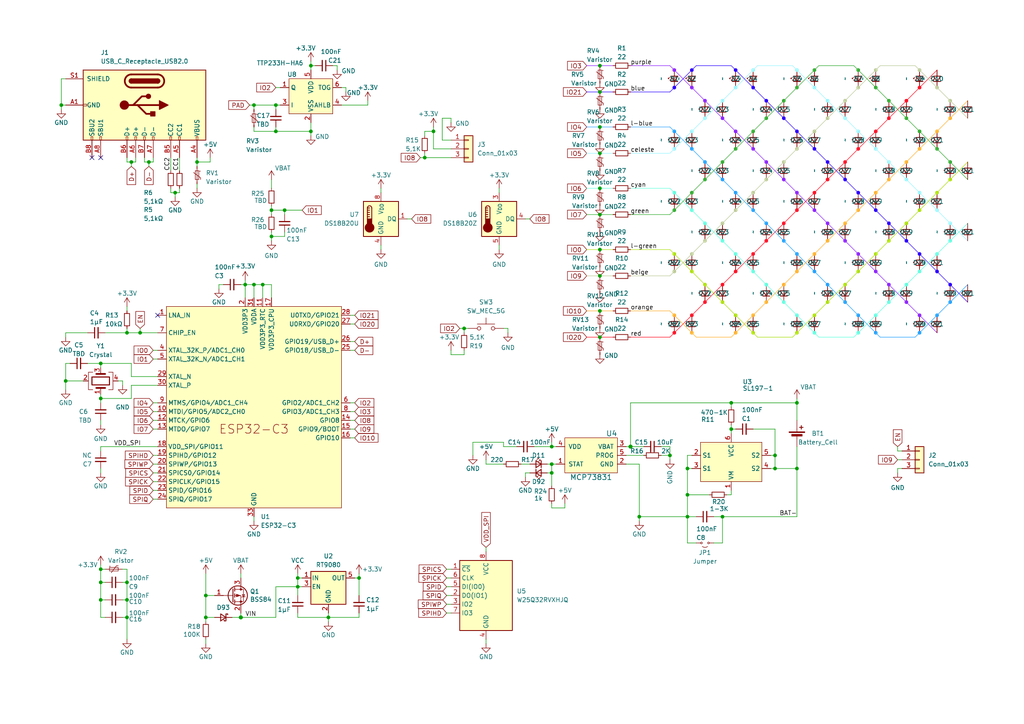
<source format=kicad_sch>
(kicad_sch (version 20231120) (generator "eeschema") (generator_version "8.0")
  (paper "A4")
  (junction (at 227.33 46.99) (color 187 201 151 1))
  (junction (at 227.33 52.07) (color 138 32 255 1))
  (junction (at 212.09 116.84))
  (junction (at 245.11 46.99) (color 255 13 34 1))
  (junction (at 245.11 69.85) (color 138 32 255 1))
  (junction (at 224.79 135.89))
  (junction (at 222.25 82.55) (color 97 255 220 1))
  (junction (at 275.59 34.29) (color 255 175 45 1))
  (junction (at 73.66 30.48))
  (junction (at 209.55 52.07) (color 33 158 255 1))
  (junction (at 195.58 73.66) (color 170 221 9 1))
  (junction (at 218.44 73.66) (color 255 13 34 1))
  (junction (at 245.11 34.29) (color 153 244 255 1))
  (junction (at 36.83 96.52))
  (junction (at 248.92 73.66) (color 138 32 255 1))
  (junction (at 213.36 91.44) (color 170 221 9 1))
  (junction (at 231.14 78.74) (color 255 175 45 1))
  (junction (at 213.36 60.96) (color 187 201 151 1))
  (junction (at 266.7 55.88) (color 153 244 255 1))
  (junction (at 218.44 43.18) (color 138 32 255 1))
  (junction (at 200.66 96.52) (color 255 175 45 1))
  (junction (at 213.36 25.4) (color 153 244 255 1))
  (junction (at 38.1 46.99))
  (junction (at 254 96.52) (color 33 158 255 1))
  (junction (at 95.25 179.07))
  (junction (at 227.33 82.55) (color 255 175 45 1))
  (junction (at 213.36 55.88) (color 33 158 255 1))
  (junction (at 78.74 60.96))
  (junction (at 275.59 87.63) (color 33 158 255 1))
  (junction (at 262.89 69.85) (color 38 0 255 1))
  (junction (at 82.55 60.96))
  (junction (at 200.66 91.44) (color 255 13 34 1))
  (junction (at 240.03 52.07) (color 255 13 34 1))
  (junction (at 209.55 64.77) (color 187 201 151 1))
  (junction (at 80.01 38.1))
  (junction (at 17.78 30.48))
  (junction (at 29.21 115.57))
  (junction (at 231.14 38.1) (color 38 0 255 1))
  (junction (at 204.47 87.63) (color 255 13 34 1))
  (junction (at 160.02 129.54))
  (junction (at 236.22 43.18) (color 38 0 255 1))
  (junction (at 204.47 52.07) (color 49 169 47 1))
  (junction (at 160.02 137.16))
  (junction (at 218.44 78.74) (color 97 255 220 1))
  (junction (at 248.92 20.32) (color 49 169 47 1))
  (junction (at 218.44 91.44) (color 255 175 45 1))
  (junction (at 29.21 165.1))
  (junction (at 195.58 78.74) (color 187 201 151 1))
  (junction (at 227.33 69.85) (color 33 158 255 1))
  (junction (at 194.31 132.08))
  (junction (at 222.25 52.07) (color 187 201 151 1))
  (junction (at 213.36 96.52) (color 255 175 45 1))
  (junction (at 195.58 20.32) (color 138 32 255 1))
  (junction (at 231.14 25.4) (color 49 169 47 1))
  (junction (at 240.03 34.29) (color 187 201 151 1))
  (junction (at 200.66 43.18) (color 33 158 255 1))
  (junction (at 262.89 52.07) (color 153 244 255 1))
  (junction (at 222.25 46.99) (color 138 32 255 1))
  (junction (at 257.81 52.07) (color 255 175 45 1))
  (junction (at 224.79 132.08))
  (junction (at 134.62 95.25))
  (junction (at 275.59 82.55) (color 38 0 255 1))
  (junction (at 199.39 149.86))
  (junction (at 212.09 124.46))
  (junction (at 257.81 82.55) (color 138 32 255 1))
  (junction (at 59.69 172.72))
  (junction (at 182.88 129.54) (diameter 1.016))
  (junction (at 254 43.18) (color 153 244 255 1))
  (junction (at 236.22 25.4) (color 153 244 255 1))
  (junction (at 29.21 168.91))
  (junction (at 76.2 82.55))
  (junction (at 123.19 45.72))
  (junction (at 266.7 73.66) (color 38 0 255 1))
  (junction (at 57.15 46.99))
  (junction (at 266.7 25.4) (color 255 13 34 1))
  (junction (at 271.78 55.88) (color 170 221 9 1))
  (junction (at 254 91.44) (color 97 255 220 1))
  (junction (at 69.85 179.07) (diameter 1.016))
  (junction (at 173.99 72.39))
  (junction (at 231.14 60.96) (color 255 13 34 1))
  (junction (at 231.14 135.89))
  (junction (at 200.66 60.96) (color 97 255 220 1))
  (junction (at 209.55 69.85) (color 97 255 220 1))
  (junction (at 275.59 69.85) (color 97 255 220 1))
  (junction (at 19.05 110.49))
  (junction (at 90.17 38.1))
  (junction (at 173.99 54.61))
  (junction (at 200.66 55.88) (color 49 169 47 1))
  (junction (at 245.11 82.55) (color 170 221 9 1))
  (junction (at 248.92 96.52) (color 97 255 220 1))
  (junction (at 271.78 43.18) (color 49 169 47 1))
  (junction (at 222.25 64.77) (color 33 158 255 1))
  (junction (at 80.01 30.48))
  (junction (at 245.11 87.63) (color 33 158 255 1))
  (junction (at 236.22 78.74) (color 33 158 255 1))
  (junction (at 195.58 55.88) (color 97 255 220 1))
  (junction (at 222.25 29.21) (color 38 0 255 1))
  (junction (at 195.58 60.96) (color 49 169 47 1))
  (junction (at 240.03 64.77) (color 138 32 255 1))
  (junction (at 240.03 46.99) (color 38 0 255 1))
  (junction (at 236.22 73.66) (color 255 175 45 1))
  (junction (at 218.44 25.4) (color 38 0 255 1))
  (junction (at 245.11 52.07) (color 38 0 255 1))
  (junction (at 29.21 173.99))
  (junction (at 236.22 20.32) (color 49 169 47 1))
  (junction (at 209.55 87.63) (color 170 221 9 1))
  (junction (at 257.81 64.77) (color 38 0 255 1))
  (junction (at 275.59 29.21) (color 187 201 151 1))
  (junction (at 173.99 62.23))
  (junction (at 231.14 55.88) (color 138 32 255 1))
  (junction (at 90.17 19.05))
  (junction (at 204.47 82.55) (color 170 221 9 1))
  (junction (at 199.39 143.51))
  (junction (at 104.14 167.64))
  (junction (at 257.81 29.21) (color 49 169 47 1))
  (junction (at 200.66 38.1) (color 153 244 255 1))
  (junction (at 218.44 38.1) (color 49 169 47 1))
  (junction (at 254 55.88) (color 255 175 45 1))
  (junction (at 257.81 46.99) (color 153 244 255 1))
  (junction (at 222.25 87.63) (color 255 175 45 1))
  (junction (at 200.66 25.4) (color 138 32 255 1))
  (junction (at 254 25.4) (color 49 169 47 1))
  (junction (at 262.89 64.77) (color 170 221 9 1))
  (junction (at 254 60.96) (color 38 0 255 1))
  (junction (at 86.36 170.18))
  (junction (at 236.22 60.96) (color 138 32 255 1))
  (junction (at 254 20.32) (color 187 201 151 1))
  (junction (at 204.47 34.29) (color 153 244 255 1))
  (junction (at 204.47 64.77) (color 97 255 220 1))
  (junction (at 248.92 43.18) (color 255 13 34 1))
  (junction (at 271.78 38.1) (color 255 175 45 1))
  (junction (at 248.92 60.96) (color 255 175 45 1))
  (junction (at 227.33 29.21) (color 49 169 47 1))
  (junction (at 173.99 44.45))
  (junction (at 231.14 116.84))
  (junction (at 257.81 87.63) (color 97 255 220 1))
  (junction (at 236.22 96.52) (color 97 255 220 1))
  (junction (at 195.58 25.4) (color 38 0 255 1))
  (junction (at 227.33 34.29) (color 38 0 255 1))
  (junction (at 275.59 52.07) (color 170 221 9 1))
  (junction (at 195.58 38.1) (color 33 158 255 1))
  (junction (at 213.36 20.32) (color 38 0 255 1))
  (junction (at 199.39 135.89))
  (junction (at 50.8 55.88))
  (junction (at 262.89 82.55) (color 97 255 220 1))
  (junction (at 240.03 29.21) (color 153 244 255 1))
  (junction (at 236.22 55.88) (color 255 13 34 1))
  (junction (at 248.92 38.1) (color 153 244 255 1))
  (junction (at 231.14 96.52) (color 170 221 9 1))
  (junction (at 185.42 149.86))
  (junction (at 43.18 46.99))
  (junction (at 200.66 73.66) (color 187 201 151 1))
  (junction (at 266.7 60.96) (color 170 221 9 1))
  (junction (at 173.99 97.79))
  (junction (at 266.7 20.32) (color 187 201 151 1))
  (junction (at 213.36 38.1) (color 138 32 255 1))
  (junction (at 240.03 82.55) (color 33 158 255 1))
  (junction (at 222.25 69.85) (color 255 13 34 1))
  (junction (at 209.55 34.29) (color 138 32 255 1))
  (junction (at 209.55 149.86))
  (junction (at 73.66 82.55))
  (junction (at 213.36 43.18) (color 49 169 47 1))
  (junction (at 254 73.66) (color 170 221 9 1))
  (junction (at 173.99 36.83))
  (junction (at 266.7 43.18) (color 255 175 45 1))
  (junction (at 236.22 91.44) (color 170 221 9 1))
  (junction (at 240.03 87.63) (color 170 221 9 1))
  (junction (at 275.59 46.99) (color 49 169 47 1))
  (junction (at 78.74 68.58))
  (junction (at 271.78 25.4) (color 187 201 151 1))
  (junction (at 266.7 38.1) (color 49 169 47 1))
  (junction (at 209.55 29.21) (color 153 244 255 1))
  (junction (at 173.99 90.17))
  (junction (at 200.66 78.74) (color 170 221 9 1))
  (junction (at 36.83 179.07))
  (junction (at 227.33 64.77) (color 255 13 34 1))
  (junction (at 213.36 78.74) (color 255 13 34 1))
  (junction (at 36.83 168.91))
  (junction (at 231.14 73.66) (color 33 158 255 1))
  (junction (at 218.44 96.52) (color 170 221 9 1))
  (junction (at 59.69 179.07))
  (junction (at 248.92 55.88) (color 38 0 255 1))
  (junction (at 209.55 46.99) (color 49 169 47 1))
  (junction (at 248.92 91.44) (color 33 158 255 1))
  (junction (at 213.36 73.66) (color 97 255 220 1))
  (junction (at 275.59 64.77) (color 153 244 255 1))
  (junction (at 240.03 69.85) (color 255 175 45 1))
  (junction (at 245.11 64.77) (color 255 175 45 1))
  (junction (at 204.47 69.85) (color 187 201 151 1))
  (junction (at 266.7 91.44) (color 138 32 255 1))
  (junction (at 262.89 29.21) (color 255 13 34 1))
  (junction (at 227.33 87.63) (color 97 255 220 1))
  (junction (at 200.66 20.32) (color 38 0 255 1))
  (junction (at 257.81 34.29) (color 255 13 34 1))
  (junction (at 36.83 173.99))
  (junction (at 271.78 91.44) (color 33 158 255 1))
  (junction (at 262.89 87.63) (color 138 32 255 1))
  (junction (at 271.78 73.66) (color 97 255 220 1))
  (junction (at 254 78.74) (color 138 32 255 1))
  (junction (at 222.25 34.29) (color 49 169 47 1))
  (junction (at 262.89 46.99) (color 255 175 45 1))
  (junction (at 173.99 80.01))
  (junction (at 195.58 91.44) (color 255 175 45 1))
  (junction (at 86.36 167.64))
  (junction (at 204.47 29.21) (color 138 32 255 1))
  (junction (at 262.89 34.29) (color 49 169 47 1))
  (junction (at 173.99 19.05))
  (junction (at 245.11 29.21) (color 187 201 151 1))
  (junction (at 231.14 20.32) (color 153 244 255 1))
  (junction (at 218.44 20.32) (color 153 244 255 1))
  (junction (at 231.14 43.18) (color 187 201 151 1))
  (junction (at 271.78 60.96) (color 153 244 255 1))
  (junction (at 204.47 46.99) (color 33 158 255 1))
  (junction (at 231.14 91.44) (color 97 255 220 1))
  (junction (at 257.81 69.85) (color 170 221 9 1))
  (junction (at 248.92 78.74) (color 170 221 9 1))
  (junction (at 218.44 60.96) (color 33 158 255 1))
  (junction (at 160.02 134.62))
  (junction (at 125.73 38.1))
  (junction (at 266.7 96.52) (color 33 158 255 1))
  (junction (at 254 38.1) (color 255 13 34 1))
  (junction (at 248.92 25.4) (color 187 201 151 1))
  (junction (at 40.64 96.52))
  (junction (at 29.21 105.41))
  (junction (at 271.78 78.74) (color 38 0 255 1))
  (junction (at 209.55 82.55) (color 255 13 34 1))
  (junction (at 195.58 96.52) (color 255 13 34 1))
  (junction (at 173.99 26.67))
  (junction (at 218.44 55.88) (color 187 201 151 1))
  (junction (at 266.7 78.74) (color 97 255 220 1))
  (junction (at 236.22 38.1) (color 187 201 151 1))
  (junction (at 71.12 82.55))
  (junction (at 195.58 43.18) (color 153 244 255 1))
  (no_connect (at 26.67 45.72))
  (no_connect (at 29.21 45.72))
  (no_connect (at 45.72 91.44))
  (wire (pts (xy 182.88 44.45) (xy 194.31 44.45)) (stroke (width 0) (color 153 244 255 1)))
  (wire (pts (xy 78.74 52.07) (xy 78.74 54.61)))
  (wire (pts (xy 140.97 158.75) (xy 140.97 160.02)))
  (wire (pts (xy 245.11 34.29) (xy 240.03 29.21)) (stroke (width 0) (color 153 244 255 1)))
  (wire (pts (xy 185.42 134.62) (xy 185.42 149.86)))
  (wire (pts (xy 78.74 82.55) (xy 78.74 86.36)))
  (wire (pts (xy 41.91 45.72) (xy 41.91 46.99)))
  (wire (pts (xy 260.35 130.81) (xy 261.62 130.81)))
  (wire (pts (xy 99.06 25.4) (xy 100.33 25.4)))
  (wire (pts (xy 240.03 29.21) (xy 236.22 25.4)) (stroke (width 0) (color 153 244 255 1)))
  (wire (pts (xy 231.14 25.4) (xy 236.22 20.32)) (stroke (width 0) (color 49 169 47 1)))
  (wire (pts (xy 17.78 22.86) (xy 17.78 30.48)))
  (wire (pts (xy 254 25.4) (xy 248.92 20.32)) (stroke (width 0) (color 49 169 47 1)))
  (wire (pts (xy 125.73 43.18) (xy 130.81 43.18)))
  (wire (pts (xy 82.55 60.96) (xy 82.55 62.23)))
  (wire (pts (xy 222.25 69.85) (xy 227.33 64.77)) (stroke (width 0) (color 255 13 34 1)))
  (wire (pts (xy 254 96.52) (xy 255.27 97.79)) (stroke (width 0) (color 33 158 255 1)))
  (wire (pts (xy 130.81 34.29) (xy 130.81 35.56)))
  (wire (pts (xy 257.81 82.55) (xy 254 78.74)) (stroke (width 0) (color 138 32 255 1)))
  (wire (pts (xy 265.43 97.79) (xy 266.7 96.52)) (stroke (width 0) (color 33 158 255 1)))
  (wire (pts (xy 63.5 82.55) (xy 63.5 83.82)))
  (wire (pts (xy 29.21 129.54) (xy 29.21 130.81)))
  (wire (pts (xy 266.7 96.52) (xy 271.78 91.44)) (stroke (width 0) (color 33 158 255 1)))
  (wire (pts (xy 194.31 80.01) (xy 195.58 78.74)) (stroke (width 0) (color 187 201 151 1)))
  (wire (pts (xy 191.77 132.08) (xy 194.31 132.08)))
  (wire (pts (xy 254 43.18) (xy 248.92 38.1)) (stroke (width 0) (color 153 244 255 1)))
  (wire (pts (xy 266.7 73.66) (xy 262.89 69.85)) (stroke (width 0) (color 38 0 255 1)))
  (wire (pts (xy 236.22 96.52) (xy 237.49 97.79)) (stroke (width 0) (color 97 255 220 1)))
  (wire (pts (xy 262.89 87.63) (xy 257.81 82.55)) (stroke (width 0) (color 138 32 255 1)))
  (wire (pts (xy 129.54 175.26) (xy 130.81 175.26)))
  (wire (pts (xy 209.55 82.55) (xy 213.36 78.74)) (stroke (width 0) (color 255 13 34 1)))
  (wire (pts (xy 59.69 179.07) (xy 59.69 180.34)))
  (wire (pts (xy 52.07 55.88) (xy 50.8 55.88)))
  (wire (pts (xy 95.25 179.07) (xy 95.25 180.34)))
  (wire (pts (xy 204.47 29.21) (xy 200.66 25.4)) (stroke (width 0) (color 138 32 255 1)))
  (wire (pts (xy 236.22 91.44) (xy 240.03 87.63)) (stroke (width 0) (color 170 221 9 1)))
  (wire (pts (xy 29.21 168.91) (xy 30.48 168.91)))
  (wire (pts (xy 44.45 132.08) (xy 45.72 132.08)))
  (wire (pts (xy 29.21 168.91) (xy 29.21 173.99)))
  (wire (pts (xy 209.55 149.86) (xy 209.55 157.48)))
  (wire (pts (xy 36.83 179.07) (xy 36.83 185.42)))
  (wire (pts (xy 182.88 90.17) (xy 194.31 90.17)) (stroke (width 0) (color 255 175 45 1)))
  (wire (pts (xy 19.05 22.86) (xy 17.78 22.86)))
  (wire (pts (xy 218.44 20.32) (xy 219.71 19.05)) (stroke (width 0) (color 153 244 255 1)))
  (wire (pts (xy 59.69 172.72) (xy 62.23 172.72)))
  (wire (pts (xy 227.33 29.21) (xy 231.14 25.4)) (stroke (width 0) (color 49 169 47 1)))
  (wire (pts (xy 266.7 91.44) (xy 262.89 87.63)) (stroke (width 0) (color 138 32 255 1)))
  (wire (pts (xy 44.45 101.6) (xy 45.72 101.6)))
  (wire (pts (xy 137.16 132.08) (xy 137.16 128.27)))
  (wire (pts (xy 173.99 19.05) (xy 177.8 19.05)) (stroke (width 0) (color 138 32 255 1)))
  (wire (pts (xy 73.66 82.55) (xy 76.2 82.55)))
  (wire (pts (xy 254 60.96) (xy 248.92 55.88)) (stroke (width 0) (color 38 0 255 1)))
  (wire (pts (xy 35.56 165.1) (xy 36.83 165.1)))
  (wire (pts (xy 78.74 68.58) (xy 78.74 69.85)))
  (wire (pts (xy 69.85 179.07) (xy 69.85 177.8)))
  (wire (pts (xy 200.66 55.88) (xy 204.47 52.07)) (stroke (width 0) (color 49 169 47 1)))
  (wire (pts (xy 39.37 46.99) (xy 39.37 45.72)))
  (wire (pts (xy 222.25 64.77) (xy 218.44 60.96)) (stroke (width 0) (color 33 158 255 1)))
  (wire (pts (xy 209.55 34.29) (xy 204.47 29.21)) (stroke (width 0) (color 138 32 255 1)))
  (wire (pts (xy 212.09 116.84) (xy 231.14 116.84)))
  (wire (pts (xy 222.25 29.21) (xy 218.44 25.4)) (stroke (width 0) (color 38 0 255 1)))
  (wire (pts (xy 231.14 129.54) (xy 231.14 135.89)))
  (wire (pts (xy 44.45 116.84) (xy 45.72 116.84)))
  (wire (pts (xy 275.59 29.21) (xy 271.78 25.4)) (stroke (width 0) (color 187 201 151 1)))
  (wire (pts (xy 36.83 88.9) (xy 36.83 90.17)))
  (wire (pts (xy 35.56 173.99) (xy 36.83 173.99)))
  (wire (pts (xy 140.97 185.42) (xy 140.97 186.69)))
  (wire (pts (xy 199.39 135.89) (xy 199.39 143.51)))
  (wire (pts (xy 218.44 96.52) (xy 219.71 97.79)) (stroke (width 0) (color 170 221 9 1)))
  (wire (pts (xy 231.14 38.1) (xy 227.33 34.29)) (stroke (width 0) (color 38 0 255 1)))
  (wire (pts (xy 101.6 124.46) (xy 102.87 124.46)))
  (wire (pts (xy 257.81 34.29) (xy 262.89 29.21)) (stroke (width 0) (color 255 13 34 1)))
  (wire (pts (xy 195.58 55.88) (xy 200.66 60.96)) (stroke (width 0) (color 97 255 220 1)))
  (wire (pts (xy 38.1 46.99) (xy 39.37 46.99)))
  (wire (pts (xy 199.39 157.48) (xy 201.93 157.48)))
  (wire (pts (xy 160.02 129.54) (xy 161.29 129.54)))
  (wire (pts (xy 19.05 113.03) (xy 19.05 110.49)))
  (wire (pts (xy 29.21 179.07) (xy 30.48 179.07)))
  (wire (pts (xy 69.85 167.64) (xy 69.85 166.37)))
  (wire (pts (xy 195.58 43.18) (xy 200.66 38.1)) (stroke (width 0) (color 153 244 255 1)))
  (wire (pts (xy 224.79 135.89) (xy 231.14 135.89)))
  (wire (pts (xy 209.55 149.86) (xy 231.14 149.86)))
  (wire (pts (xy 44.45 137.16) (xy 45.72 137.16)))
  (wire (pts (xy 102.87 119.38) (xy 101.6 119.38)))
  (wire (pts (xy 199.39 132.08) (xy 200.66 132.08)))
  (wire (pts (xy 262.89 52.07) (xy 257.81 46.99)) (stroke (width 0) (color 153 244 255 1)))
  (wire (pts (xy 204.47 34.29) (xy 209.55 29.21)) (stroke (width 0) (color 153 244 255 1)))
  (wire (pts (xy 245.11 52.07) (xy 240.03 46.99)) (stroke (width 0) (color 38 0 255 1)))
  (wire (pts (xy 152.4 63.5) (xy 153.67 63.5)))
  (wire (pts (xy 200.66 96.52) (xy 201.93 97.79)) (stroke (width 0) (color 255 175 45 1)))
  (wire (pts (xy 73.66 30.48) (xy 73.66 31.75)))
  (wire (pts (xy 236.22 43.18) (xy 231.14 38.1)) (stroke (width 0) (color 38 0 255 1)))
  (wire (pts (xy 173.99 72.39) (xy 177.8 72.39)) (stroke (width 0) (color 170 221 9 1)))
  (wire (pts (xy 186.69 132.08) (xy 181.61 132.08)))
  (wire (pts (xy 266.7 55.88) (xy 262.89 52.07)) (stroke (width 0) (color 153 244 255 1)))
  (wire (pts (xy 154.94 129.54) (xy 160.02 129.54)))
  (wire (pts (xy 59.69 172.72) (xy 59.69 179.07)))
  (wire (pts (xy 231.14 116.84) (xy 231.14 121.92)))
  (wire (pts (xy 248.92 25.4) (xy 254 20.32)) (stroke (width 0) (color 187 201 151 1)))
  (wire (pts (xy 35.56 168.91) (xy 36.83 168.91)))
  (wire (pts (xy 80.01 36.83) (xy 80.01 38.1)))
  (wire (pts (xy 222.25 87.63) (xy 227.33 82.55)) (stroke (width 0) (color 255 175 45 1)))
  (wire (pts (xy 222.25 82.55) (xy 218.44 78.74)) (stroke (width 0) (color 97 255 220 1)))
  (wire (pts (xy 44.45 121.92) (xy 45.72 121.92)))
  (wire (pts (xy 231.14 96.52) (xy 236.22 91.44)) (stroke (width 0) (color 170 221 9 1)))
  (wire (pts (xy 86.36 179.07) (xy 95.25 179.07)))
  (wire (pts (xy 262.89 34.29) (xy 257.81 29.21)) (stroke (width 0) (color 49 169 47 1)))
  (wire (pts (xy 204.47 87.63) (xy 209.55 82.55)) (stroke (width 0) (color 255 13 34 1)))
  (wire (pts (xy 90.17 38.1) (xy 90.17 39.37)))
  (wire (pts (xy 29.21 115.57) (xy 29.21 116.84)))
  (wire (pts (xy 219.71 97.79) (xy 229.87 97.79)) (stroke (width 0) (color 170 221 9 1)))
  (wire (pts (xy 275.59 64.77) (xy 271.78 60.96)) (stroke (width 0) (color 153 244 255 1)))
  (wire (pts (xy 102.87 127) (xy 101.6 127)))
  (wire (pts (xy 170.18 62.23) (xy 173.99 62.23)) (stroke (width 0) (color 49 169 47 1)))
  (wire (pts (xy 73.66 149.86) (xy 73.66 151.13)))
  (wire (pts (xy 170.18 72.39) (xy 173.99 72.39)) (stroke (width 0) (color 170 221 9 1)))
  (wire (pts (xy 207.01 149.86) (xy 209.55 149.86)))
  (wire (pts (xy 49.53 54.61) (xy 49.53 55.88)))
  (wire (pts (xy 80.01 25.4) (xy 81.28 25.4)))
  (wire (pts (xy 248.92 78.74) (xy 254 73.66)) (stroke (width 0) (color 170 221 9 1)))
  (wire (pts (xy 102.87 93.98) (xy 101.6 93.98)))
  (wire (pts (xy 125.73 36.83) (xy 125.73 38.1)))
  (wire (pts (xy 86.36 177.8) (xy 86.36 179.07)))
  (wire (pts (xy 170.18 54.61) (xy 173.99 54.61)) (stroke (width 0) (color 97 255 220 1)))
  (wire (pts (xy 245.11 69.85) (xy 240.03 64.77)) (stroke (width 0) (color 138 32 255 1)))
  (wire (pts (xy 275.59 82.55) (xy 271.78 78.74)) (stroke (width 0) (color 38 0 255 1)))
  (wire (pts (xy 257.81 64.77) (xy 254 60.96)) (stroke (width 0) (color 38 0 255 1)))
  (wire (pts (xy 271.78 91.44) (xy 275.59 87.63)) (stroke (width 0) (color 33 158 255 1)))
  (wire (pts (xy 240.03 87.63) (xy 245.11 82.55)) (stroke (width 0) (color 170 221 9 1)))
  (wire (pts (xy 262.89 82.55) (xy 266.7 78.74)) (stroke (width 0) (color 97 255 220 1)))
  (wire (pts (xy 212.09 124.46) (xy 212.09 125.73)))
  (wire (pts (xy 29.21 121.92) (xy 29.21 123.19)))
  (wire (pts (xy 247.65 19.05) (xy 248.92 20.32)) (stroke (width 0) (color 49 169 47 1)))
  (wire (pts (xy 182.88 36.83) (xy 194.31 36.83)) (stroke (width 0) (color 33 158 255 1)))
  (wire (pts (xy 52.07 45.72) (xy 52.07 49.53)))
  (wire (pts (xy 123.19 38.1) (xy 125.73 38.1)))
  (wire (pts (xy 260.35 129.54) (xy 260.35 130.81)))
  (wire (pts (xy 86.36 167.64) (xy 87.63 167.64)))
  (wire (pts (xy 57.15 46.99) (xy 57.15 45.72)))
  (wire (pts (xy 245.11 46.99) (xy 248.92 43.18)) (stroke (width 0) (color 255 13 34 1)))
  (wire (pts (xy 29.21 114.3) (xy 29.21 115.57)))
  (wire (pts (xy 44.45 142.24) (xy 45.72 142.24)))
  (wire (pts (xy 36.83 165.1) (xy 36.83 168.91)))
  (wire (pts (xy 163.83 147.32) (xy 160.02 147.32)))
  (wire (pts (xy 104.14 167.64) (xy 102.87 167.64)))
  (wire (pts (xy 29.21 173.99) (xy 30.48 173.99)))
  (wire (pts (xy 134.62 96.52) (xy 134.62 95.25)))
  (wire (pts (xy 257.81 29.21) (xy 254 25.4)) (stroke (width 0) (color 49 169 47 1)))
  (wire (pts (xy 123.19 45.72) (xy 130.81 45.72)))
  (wire (pts (xy 200.66 38.1) (xy 204.47 34.29)) (stroke (width 0) (color 153 244 255 1)))
  (wire (pts (xy 240.03 82.55) (xy 236.22 78.74)) (stroke (width 0) (color 33 158 255 1)))
  (wire (pts (xy 240.03 46.99) (xy 236.22 43.18)) (stroke (width 0) (color 38 0 255 1)))
  (wire (pts (xy 199.39 149.86) (xy 201.93 149.86)))
  (wire (pts (xy 78.74 68.58) (xy 82.55 68.58)))
  (wire (pts (xy 212.09 124.46) (xy 213.36 124.46)))
  (wire (pts (xy 195.58 78.74) (xy 200.66 73.66)) (stroke (width 0) (color 187 201 151 1)))
  (wire (pts (xy 158.75 134.62) (xy 160.02 134.62)))
  (wire (pts (xy 209.55 46.99) (xy 213.36 43.18)) (stroke (width 0) (color 49 169 47 1)))
  (wire (pts (xy 194.31 90.17) (xy 195.58 91.44)) (stroke (width 0) (color 255 175 45 1)))
  (wire (pts (xy 86.36 166.37) (xy 86.36 167.64)))
  (wire (pts (xy 59.69 179.07) (xy 62.23 179.07)))
  (wire (pts (xy 248.92 43.18) (xy 254 38.1)) (stroke (width 0) (color 255 13 34 1)))
  (wire (pts (xy 200.66 91.44) (xy 204.47 87.63)) (stroke (width 0) (color 255 13 34 1)))
  (wire (pts (xy 25.4 105.41) (xy 29.21 105.41)))
  (wire (pts (xy 195.58 20.32) (xy 194.31 19.05)) (stroke (width 0) (color 138 32 255 1)))
  (wire (pts (xy 170.18 36.83) (xy 173.99 36.83)) (stroke (width 0) (color 33 158 255 1)))
  (wire (pts (xy 218.44 60.96) (xy 213.36 55.88)) (stroke (width 0) (color 33 158 255 1)))
  (wire (pts (xy 40.64 95.25) (xy 40.64 96.52)))
  (wire (pts (xy 73.66 36.83) (xy 73.66 38.1)))
  (wire (pts (xy 71.12 82.55) (xy 71.12 86.36)))
  (wire (pts (xy 57.15 48.26) (xy 57.15 46.99)))
  (wire (pts (xy 245.11 82.55) (xy 248.92 78.74)) (stroke (width 0) (color 170 221 9 1)))
  (wire (pts (xy 60.96 45.72) (xy 60.96 46.99)))
  (wire (pts (xy 134.62 102.87) (xy 134.62 101.6)))
  (wire (pts (xy 29.21 115.57) (xy 38.1 115.57)))
  (wire (pts (xy 36.83 45.72) (xy 36.83 46.99)))
  (wire (pts (xy 254 96.52) (xy 248.92 91.44)) (stroke (width 0) (color 33 158 255 1)))
  (wire (pts (xy 224.79 124.46) (xy 224.79 132.08)))
  (wire (pts (xy 71.12 82.55) (xy 73.66 82.55)))
  (wire (pts (xy 49.53 55.88) (xy 50.8 55.88)))
  (wire (pts (xy 262.89 29.21) (xy 266.7 25.4)) (stroke (width 0) (color 255 13 34 1)))
  (wire (pts (xy 86.36 167.64) (xy 86.36 170.18)))
  (wire (pts (xy 160.02 137.16) (xy 160.02 140.97)))
  (wire (pts (xy 245.11 29.21) (xy 248.92 25.4)) (stroke (width 0) (color 187 201 151 1)))
  (wire (pts (xy 209.55 52.07) (xy 204.47 46.99)) (stroke (width 0) (color 33 158 255 1)))
  (wire (pts (xy 275.59 69.85) (xy 280.67 64.77)) (stroke (width 0) (color 97 255 220 1)))
  (wire (pts (xy 44.45 104.14) (xy 45.72 104.14)))
  (wire (pts (xy 20.32 105.41) (xy 19.05 105.41)))
  (wire (pts (xy 30.48 96.52) (xy 36.83 96.52)))
  (wire (pts (xy 29.21 173.99) (xy 29.21 179.07)))
  (wire (pts (xy 104.14 172.72) (xy 104.14 167.64)))
  (wire (pts (xy 195.58 96.52) (xy 200.66 91.44)) (stroke (width 0) (color 255 13 34 1)))
  (wire (pts (xy 73.66 82.55) (xy 73.66 86.36)))
  (wire (pts (xy 49.53 45.72) (xy 49.53 49.53)))
  (wire (pts (xy 280.67 87.63) (xy 275.59 82.55)) (stroke (width 0) (color 38 0 255 1)))
  (wire (pts (xy 248.92 91.44) (xy 245.11 87.63)) (stroke (width 0) (color 33 158 255 1)))
  (wire (pts (xy 78.74 59.69) (xy 78.74 60.96)))
  (wire (pts (xy 52.07 54.61) (xy 52.07 55.88)))
  (wire (pts (xy 106.68 29.21) (xy 106.68 30.48)))
  (wire (pts (xy 19.05 105.41) (xy 19.05 110.49)))
  (wire (pts (xy 78.74 60.96) (xy 82.55 60.96)))
  (wire (pts (xy 44.45 144.78) (xy 45.72 144.78)))
  (wire (pts (xy 194.31 133.35) (xy 194.31 132.08)))
  (wire (pts (xy 182.88 116.84) (xy 182.88 129.54)))
  (wire (pts (xy 76.2 82.55) (xy 76.2 86.36)))
  (wire (pts (xy 280.67 69.85) (xy 275.59 64.77)) (stroke (width 0) (color 153 244 255 1)))
  (wire (pts (xy 271.78 60.96) (xy 266.7 55.88)) (stroke (width 0) (color 153 244 255 1)))
  (wire (pts (xy 227.33 34.29) (xy 222.25 29.21)) (stroke (width 0) (color 38 0 255 1)))
  (wire (pts (xy 266.7 25.4) (xy 271.78 20.32)) (stroke (width 0) (color 255 13 34 1)))
  (wire (pts (xy 194.31 129.54) (xy 194.31 132.08)))
  (wire (pts (xy 170.18 44.45) (xy 173.99 44.45)) (stroke (width 0) (color 153 244 255 1)))
  (wire (pts (xy 160.02 134.62) (xy 161.29 134.62)))
  (wire (pts (xy 73.66 38.1) (xy 80.01 38.1)))
  (wire (pts (xy 194.31 26.67) (xy 195.58 25.4)) (stroke (width 0) (color 38 0 255 1)))
  (wire (pts (xy 204.47 69.85) (xy 209.55 64.77)) (stroke (width 0) (color 187 201 151 1)))
  (wire (pts (xy 130.81 102.87) (xy 134.62 102.87)))
  (wire (pts (xy 90.17 17.78) (xy 90.17 19.05)))
  (wire (pts (xy 195.58 25.4) (xy 200.66 20.32)) (stroke (width 0) (color 38 0 255 1)))
  (wire (pts (xy 170.18 80.01) (xy 173.99 80.01)) (stroke (width 0) (color 187 201 151 1)))
  (wire (pts (xy 255.27 97.79) (xy 265.43 97.79)) (stroke (width 0) (color 33 158 255 1)))
  (wire (pts (xy 236.22 60.96) (xy 231.14 55.88)) (stroke (width 0) (color 138 32 255 1)))
  (wire (pts (xy 224.79 132.08) (xy 224.79 135.89)))
  (wire (pts (xy 231.14 20.32) (xy 229.87 19.05)) (stroke (width 0) (color 153 244 255 1)))
  (wire (pts (xy 97.79 19.05) (xy 97.79 20.32)))
  (wire (pts (xy 262.89 46.99) (xy 266.7 43.18)) (stroke (width 0) (color 255 175 45 1)))
  (wire (pts (xy 227.33 87.63) (xy 222.25 82.55)) (stroke (width 0) (color 97 255 220 1)))
  (wire (pts (xy 80.01 170.18) (xy 80.01 179.07)))
  (wire (pts (xy 236.22 38.1) (xy 240.03 34.29)) (stroke (width 0) (color 187 201 151 1)))
  (wire (pts (xy 194.31 54.61) (xy 195.58 55.88)) (stroke (width 0) (color 97 255 220 1)))
  (wire (pts (xy 255.27 19.05) (xy 265.43 19.05)) (stroke (width 0) (color 187 201 151 1)))
  (wire (pts (xy 227.33 82.55) (xy 231.14 78.74)) (stroke (width 0) (color 255 175 45 1)))
  (wire (pts (xy 104.14 166.37) (xy 104.14 167.64)))
  (wire (pts (xy 134.62 95.25) (xy 135.89 95.25)))
  (wire (pts (xy 158.75 137.16) (xy 160.02 137.16)))
  (wire (pts (xy 248.92 38.1) (xy 245.11 34.29)) (stroke (width 0) (color 153 244 255 1)))
  (wire (pts (xy 194.31 44.45) (xy 195.58 43.18)) (stroke (width 0) (color 153 244 255 1)))
  (wire (pts (xy 254 38.1) (xy 257.81 34.29)) (stroke (width 0) (color 255 13 34 1)))
  (wire (pts (xy 266.7 38.1) (xy 262.89 34.29)) (stroke (width 0) (color 49 169 47 1)))
  (wire (pts (xy 163.83 146.05) (xy 163.83 147.32)))
  (wire (pts (xy 213.36 25.4) (xy 218.44 20.32)) (stroke (width 0) (color 153 244 255 1)))
  (wire (pts (xy 69.85 179.07) (xy 67.31 179.07)))
  (wire (pts (xy 262.89 64.77) (xy 266.7 60.96)) (stroke (width 0) (color 170 221 9 1)))
  (wire (pts (xy 35.56 179.07) (xy 36.83 179.07)))
  (wire (pts (xy 204.47 82.55) (xy 200.66 78.74)) (stroke (width 0) (color 170 221 9 1)))
  (wire (pts (xy 36.83 46.99) (xy 38.1 46.99)))
  (wire (pts (xy 212.09 19.05) (xy 213.36 20.32)) (stroke (width 0) (color 38 0 255 1)))
  (wire (pts (xy 57.15 53.34) (xy 57.15 54.61)))
  (wire (pts (xy 218.44 43.18) (xy 213.36 38.1)) (stroke (width 0) (color 138 32 255 1)))
  (wire (pts (xy 38.1 105.41) (xy 38.1 109.22)))
  (wire (pts (xy 38.1 111.76) (xy 45.72 111.76)))
  (wire (pts (xy 231.14 73.66) (xy 227.33 69.85)) (stroke (width 0) (color 33 158 255 1)))
  (wire (pts (xy 199.39 149.86) (xy 199.39 157.48)))
  (wire (pts (xy 101.6 99.06) (xy 102.87 99.06)))
  (wire (pts (xy 254 20.32) (xy 255.27 19.05)) (stroke (width 0) (color 187 201 151 1)))
  (wire (pts (xy 90.17 35.56) (xy 90.17 38.1)))
  (wire (pts (xy 59.69 166.37) (xy 59.69 172.72)))
  (wire (pts (xy 222.25 52.07) (xy 227.33 46.99)) (stroke (width 0) (color 187 201 151 1)))
  (wire (pts (xy 260.35 137.16) (xy 260.35 135.89)))
  (wire (pts (xy 182.88 72.39) (xy 194.31 72.39)) (stroke (width 0) (color 170 221 9 1)))
  (wire (pts (xy 262.89 69.85) (xy 257.81 64.77)) (stroke (width 0) (color 38 0 255 1)))
  (wire (pts (xy 212.09 97.79) (xy 213.36 96.52)) (stroke (width 0) (color 255 175 45 1)))
  (wire (pts (xy 173.99 90.17) (xy 177.8 90.17)) (stroke (width 0) (color 255 175 45 1)))
  (wire (pts (xy 201.93 97.79) (xy 212.09 97.79)) (stroke (width 0) (color 255 175 45 1)))
  (wire (pts (xy 80.01 30.48) (xy 80.01 31.75)))
  (wire (pts (xy 200.66 25.4) (xy 195.58 20.32)) (stroke (width 0) (color 138 32 255 1)))
  (wire (pts (xy 271.78 55.88) (xy 275.59 52.07)) (stroke (width 0) (color 170 221 9 1)))
  (wire (pts (xy 236.22 20.32) (xy 237.49 19.05)) (stroke (width 0) (color 49 169 47 1)))
  (wire (pts (xy 44.45 46.99) (xy 44.45 45.72)))
  (wire (pts (xy 44.45 124.46) (xy 45.72 124.46)))
  (wire (pts (xy 123.19 39.37) (xy 123.19 38.1)))
  (wire (pts (xy 240.03 52.07) (xy 245.11 46.99)) (stroke (width 0) (color 255 13 34 1)))
  (wire (pts (xy 99.06 30.48) (xy 106.68 30.48)))
  (wire (pts (xy 146.05 95.25) (xy 147.32 95.25)))
  (wire (pts (xy 29.21 106.68) (xy 29.21 105.41)))
  (wire (pts (xy 80.01 30.48) (xy 81.28 30.48)))
  (wire (pts (xy 182.88 129.54) (xy 186.69 129.54)))
  (wire (pts (xy 44.45 119.38) (xy 45.72 119.38)))
  (wire (pts (xy 121.92 45.72) (xy 123.19 45.72)))
  (wire (pts (xy 194.31 62.23) (xy 195.58 60.96)) (stroke (width 0) (color 49 169 47 1)))
  (wire (pts (xy 36.83 96.52) (xy 36.83 95.25)))
  (wire (pts (xy 69.85 82.55) (xy 71.12 82.55)))
  (wire (pts (xy 17.78 31.75) (xy 17.78 30.48)))
  (wire (pts (xy 144.78 54.61) (xy 144.78 55.88)))
  (wire (pts (xy 275.59 52.07) (xy 280.67 46.99)) (stroke (width 0) (color 170 221 9 1)))
  (wire (pts (xy 19.05 110.49) (xy 24.13 110.49)))
  (wire (pts (xy 227.33 52.07) (xy 222.25 46.99)) (stroke (width 0) (color 138 32 255 1)))
  (wire (pts (xy 17.78 30.48) (xy 19.05 30.48)))
  (wire (pts (xy 152.4 138.43) (xy 152.4 137.16)))
  (wire (pts (xy 223.52 135.89) (xy 224.79 135.89)))
  (wire (pts (xy 170.18 26.67) (xy 173.99 26.67)) (stroke (width 0) (color 38 0 255 1)))
  (wire (pts (xy 182.88 80.01) (xy 194.31 80.01)) (stroke (width 0) (color 187 201 151 1)))
  (wire (pts (xy 29.21 165.1) (xy 29.21 168.91)))
  (wire (pts (xy 199.39 143.51) (xy 199.39 149.86)))
  (wire (pts (xy 218.44 73.66) (xy 222.25 69.85)) (stroke (width 0) (color 255 13 34 1)))
  (wire (pts (xy 229.87 97.79) (xy 231.14 96.52)) (stroke (width 0) (color 170 221 9 1)))
  (wire (pts (xy 240.03 34.29) (xy 245.11 29.21)) (stroke (width 0) (color 187 201 151 1)))
  (wire (pts (xy 101.6 101.6) (xy 102.87 101.6)))
  (wire (pts (xy 182.88 54.61) (xy 194.31 54.61)) (stroke (width 0) (color 97 255 220 1)))
  (wire (pts (xy 181.61 134.62) (xy 185.42 134.62)))
  (wire (pts (xy 182.88 26.67) (xy 194.31 26.67)) (stroke (width 0) (color 38 0 255 1)))
  (wire (pts (xy 218.44 96.52) (xy 213.36 91.44)) (stroke (width 0) (color 170 221 9 1)))
  (wire (pts (xy 41.91 46.99) (xy 43.18 46.99)))
  (wire (pts (xy 182.88 19.05) (xy 194.31 19.05)) (stroke (width 0) (color 138 32 255 1)))
  (wire (pts (xy 236.22 25.4) (xy 231.14 20.32)) (stroke (width 0) (color 153 244 255 1)))
  (wire (pts (xy 195.58 38.1) (xy 200.66 43.18)) (stroke (width 0) (color 33 158 255 1)))
  (wire (pts (xy 254 73.66) (xy 257.81 69.85)) (stroke (width 0) (color 170 221 9 1)))
  (wire (pts (xy 86.36 170.18) (xy 87.63 170.18)))
  (wire (pts (xy 128.27 34.29) (xy 128.27 40.64)))
  (wire (pts (xy 36.83 96.52) (xy 40.64 96.52)))
  (wire (pts (xy 266.7 91.44) (xy 271.78 96.52)) (stroke (width 0) (color 138 32 255 1)))
  (wire (pts (xy 160.02 134.62) (xy 160.02 137.16)))
  (wire (pts (xy 209.55 29.21) (xy 213.36 25.4)) (stroke (width 0) (color 153 244 255 1)))
  (wire (pts (xy 271.78 43.18) (xy 266.7 38.1)) (stroke (width 0) (color 49 169 47 1)))
  (wire (pts (xy 200.66 73.66) (xy 204.47 69.85)) (stroke (width 0) (color 187 201 151 1)))
  (wire (pts (xy 38.1 115.57) (xy 38.1 111.76)))
  (wire (pts (xy 271.78 73.66) (xy 275.59 69.85)) (stroke (width 0) (color 97 255 220 1)))
  (wire (pts (xy 29.21 135.89) (xy 29.21 137.16)))
  (wire (pts (xy 170.18 19.05) (xy 173.99 19.05)) (stroke (width 0) (color 138 32 255 1)))
  (wire (pts (xy 204.47 64.77) (xy 200.66 60.96)) (stroke (width 0) (color 97 255 220 1)))
  (wire (pts (xy 128.27 34.29) (xy 130.81 34.29)))
  (wire (pts (xy 194.31 72.39) (xy 195.58 73.66)) (stroke (width 0) (color 170 221 9 1)))
  (wire (pts (xy 173.99 26.67) (xy 177.8 26.67)) (stroke (width 0) (color 38 0 255 1)))
  (wire (pts (xy 194.31 97.79) (xy 195.58 96.52)) (stroke (width 0) (color 255 13 34 1)))
  (wire (pts (xy 19.05 96.52) (xy 25.4 96.52)))
  (wire (pts (xy 129.54 177.8) (xy 130.81 177.8)))
  (wire (pts (xy 104.14 177.8) (xy 104.14 179.07)))
  (wire (pts (xy 100.33 25.4) (xy 100.33 26.67)))
  (wire (pts (xy 271.78 78.74) (xy 266.7 73.66)) (stroke (width 0) (color 38 0 255 1)))
  (wire (pts (xy 35.56 110.49) (xy 34.29 110.49)))
  (wire (pts (xy 236.22 73.66) (xy 240.03 69.85)) (stroke (width 0) (color 255 175 45 1)))
  (wire (pts (xy 266.7 78.74) (xy 271.78 73.66)) (stroke (width 0) (color 97 255 220 1)))
  (wire (pts (xy 245.11 64.77) (xy 248.92 60.96)) (stroke (width 0) (color 255 175 45 1)))
  (wire (pts (xy 101.6 116.84) (xy 102.87 116.84)))
  (wire (pts (xy 69.85 179.07) (xy 80.01 179.07)))
  (wire (pts (xy 254 91.44) (xy 257.81 87.63)) (stroke (width 0) (color 97 255 220 1)))
  (wire (pts (xy 204.47 52.07) (xy 209.55 46.99)) (stroke (width 0) (color 49 169 47 1)))
  (wire (pts (xy 275.59 87.63) (xy 280.67 82.55)) (stroke (width 0) (color 33 158 255 1)))
  (wire (pts (xy 44.45 139.7) (xy 45.72 139.7)))
  (wire (pts (xy 199.39 135.89) (xy 200.66 135.89)))
  (wire (pts (xy 118.11 63.5) (xy 119.38 63.5)))
  (wire (pts (xy 78.74 67.31) (xy 78.74 68.58)))
  (wire (pts (xy 19.05 97.79) (xy 19.05 96.52)))
  (wire (pts (xy 209.55 87.63) (xy 204.47 82.55)) (stroke (width 0) (color 170 221 9 1)))
  (wire (pts (xy 129.54 170.18) (xy 130.81 170.18)))
  (wire (pts (xy 257.81 69.85) (xy 262.89 64.77)) (stroke (width 0) (color 170 221 9 1)))
  (wire (pts (xy 181.61 129.54) (xy 182.88 129.54)))
  (wire (pts (xy 40.64 96.52) (xy 45.72 96.52)))
  (wire (pts (xy 223.52 132.08) (xy 224.79 132.08)))
  (wire (pts (xy 254 78.74) (xy 248.92 73.66)) (stroke (width 0) (color 138 32 255 1)))
  (wire (pts (xy 133.35 95.25) (xy 134.62 95.25)))
  (wire (pts (xy 213.36 91.44) (xy 209.55 87.63)) (stroke (width 0) (color 170 221 9 1)))
  (wire (pts (xy 213.36 96.52) (xy 218.44 91.44)) (stroke (width 0) (color 255 175 45 1)))
  (wire (pts (xy 44.45 134.62) (xy 45.72 134.62)))
  (wire (pts (xy 90.17 19.05) (xy 90.17 20.32)))
  (wire (pts (xy 231.14 135.89) (xy 231.14 149.86)))
  (wire (pts (xy 265.43 19.05) (xy 266.7 20.32)) (stroke (width 0) (color 187 201 151 1)))
  (wire (pts (xy 129.54 165.1) (xy 130.81 165.1)))
  (wire (pts (xy 280.67 52.07) (xy 275.59 46.99)) (stroke (width 0) (color 49 169 47 1)))
  (wire (pts (xy 128.27 40.64) (xy 130.81 40.64)))
  (wire (pts (xy 129.54 172.72) (xy 130.81 172.72)))
  (wire (pts (xy 213.36 20.32) (xy 218.44 25.4)) (stroke (width 0) (color 38 0 255 1)))
  (wire (pts (xy 182.88 97.79) (xy 194.31 97.79)) (stroke (width 0) (color 255 13 34 1)))
  (wire (pts (xy 110.49 71.12) (xy 110.49 72.39)))
  (wire (pts (xy 257.81 52.07) (xy 262.89 46.99)) (stroke (width 0) (color 255 175 45 1)))
  (wire (pts (xy 218.44 91.44) (xy 222.25 87.63)) (stroke (width 0) (color 255 175 45 1)))
  (wire (pts (xy 240.03 69.85) (xy 245.11 64.77)) (stroke (width 0) (color 255 175 45 1)))
  (wire (pts (xy 147.32 95.25) (xy 147.32 96.52)))
  (wire (pts (xy 213.36 78.74) (xy 218.44 73.66)) (stroke (width 0) (color 255 13 34 1)))
  (wire (pts (xy 194.31 36.83) (xy 195.58 38.1)) (stroke (width 0) (color 33 158 255 1)))
  (wire (pts (xy 257.81 46.99) (xy 254 43.18)) (stroke (width 0) (color 153 244 255 1)))
  (wire (pts (xy 125.73 38.1) (xy 125.73 43.18)))
  (wire (pts (xy 248.92 60.96) (xy 254 55.88)) (stroke (width 0) (color 255 175 45 1)))
  (wire (pts (xy 266.7 60.96) (xy 271.78 55.88)) (stroke (width 0) (color 170 221 9 1)))
  (wire (pts (xy 36.83 168.91) (xy 36.83 173.99)))
  (wire (pts (xy 236.22 55.88) (xy 240.03 52.07)) (stroke (width 0) (color 255 13 34 1)))
  (wire (pts (xy 29.21 163.83) (xy 29.21 165.1)))
  (wire (pts (xy 236.22 96.52) (xy 231.14 91.44)) (stroke (width 0) (color 97 255 220 1)))
  (wire (pts (xy 137.16 128.27) (xy 146.05 128.27)))
  (wire (pts (xy 213.36 60.96) (xy 218.44 55.88)) (stroke (width 0) (color 187 201 151 1)))
  (wire (pts (xy 130.81 101.6) (xy 130.81 102.87)))
  (wire (pts (xy 227.33 69.85) (xy 222.25 64.77)) (stroke (width 0) (color 33 158 255 1)))
  (wire (pts (xy 195.58 73.66) (xy 200.66 78.74)) (stroke (width 0) (color 170 221 9 1)))
  (wire (pts (xy 57.15 46.99) (xy 60.96 46.99)))
  (wire (pts (xy 96.52 19.05) (xy 97.79 19.05)))
  (wire (pts (xy 160.02 128.27) (xy 160.02 129.54)))
  (wire (pts (xy 218.44 78.74) (xy 213.36 73.66)) (stroke (width 0) (color 97 255 220 1)))
  (wire (pts (xy 237.49 97.79) (xy 247.65 97.79)) (stroke (width 0) (color 97 255 220 1)))
  (wire (pts (xy 213.36 55.88) (xy 209.55 52.07)) (stroke (width 0) (color 33 158 255 1)))
  (wire (pts (xy 173.99 62.23) (xy 177.8 62.23)) (stroke (width 0) (color 49 169 47 1)))
  (wire (pts (xy 173.99 97.79) (xy 177.8 97.79)) (stroke (width 0) (color 255 13 34 1)))
  (wire (pts (xy 152.4 137.16) (xy 153.67 137.16)))
  (wire (pts (xy 260.35 133.35) (xy 261.62 133.35)))
  (wire (pts (xy 222.25 34.29) (xy 227.33 29.21)) (stroke (width 0) (color 49 169 47 1)))
  (wire (pts (xy 209.55 69.85) (xy 204.47 64.77)) (stroke (width 0) (color 97 255 220 1)))
  (wire (pts (xy 73.66 30.48) (xy 80.01 30.48)))
  (wire (pts (xy 82.55 67.31) (xy 82.55 68.58)))
  (wire (pts (xy 170.18 97.79) (xy 173.99 97.79)) (stroke (width 0) (color 255 13 34 1)))
  (wire (pts (xy 195.58 60.96) (xy 200.66 55.88)) (stroke (width 0) (color 49 169 47 1)))
  (wire (pts (xy 76.2 82.55) (xy 78.74 82.55)))
  (wire (pts (xy 102.87 121.92) (xy 101.6 121.92)))
  (wire (pts (xy 90.17 19.05) (xy 91.44 19.05)))
  (wire (pts (xy 170.18 90.17) (xy 173.99 90.17)) (stroke (width 0) (color 255 175 45 1)))
  (wire (pts (xy 173.99 80.01) (xy 177.8 80.01)) (stroke (width 0) (color 187 201 151 1)))
  (wire (pts (xy 104.14 179.07) (xy 95.25 179.07)))
  (wire (pts (xy 38.1 46.99) (xy 38.1 48.26)))
  (wire (pts (xy 38.1 109.22) (xy 45.72 109.22)))
  (wire (pts (xy 257.81 87.63) (xy 262.89 82.55)) (stroke (width 0) (color 97 255 220 1)))
  (wire (pts (xy 151.13 134.62) (xy 153.67 134.62)))
  (wire (pts (xy 210.82 143.51) (xy 212.09 143.51)))
  (wire (pts (xy 182.88 116.84) (xy 212.09 116.84)))
  (wire (pts (xy 29.21 105.41) (xy 38.1 105.41)))
  (wire (pts (xy 64.77 82.55) (xy 63.5 82.55)))
  (wire (pts (xy 227.33 64.77) (xy 231.14 60.96)) (stroke (width 0) (color 255 13 34 1)))
  (wire (pts (xy 245.11 87.63) (xy 240.03 82.55)) (stroke (width 0) (color 33 158 255 1)))
  (wire (pts (xy 204.47 46.99) (xy 200.66 43.18)) (stroke (width 0) (color 33 158 255 1)))
  (wire (pts (xy 72.39 30.48) (xy 73.66 30.48)))
  (wire (pts (xy 227.33 46.99) (xy 231.14 43.18)) (stroke (width 0) (color 187 201 151 1)))
  (wire (pts (xy 218.44 55.88) (xy 222.25 52.07)) (stroke (width 0) (color 187 201 151 1)))
  (wire (pts (xy 205.74 143.51) (xy 199.39 143.51)))
  (wire (pts (xy 218.44 124.46) (xy 224.79 124.46)))
  (wire (pts (xy 201.93 19.05) (xy 212.09 19.05)) (stroke (width 0) (color 38 0 255 1)))
  (wire (pts (xy 237.49 19.05) (xy 247.65 19.05)) (stroke (width 0) (color 49 169 47 1)))
  (wire (pts (xy 82.55 60.96) (xy 87.63 60.96)))
  (wire (pts (xy 222.25 46.99) (xy 218.44 43.18)) (stroke (width 0) (color 138 32 255 1)))
  (wire (pts (xy 123.19 44.45) (xy 123.19 45.72)))
  (wire (pts (xy 35.56 111.76) (xy 35.56 110.49)))
  (wire (pts (xy 231.14 43.18) (xy 236.22 38.1)) (stroke (width 0) (color 187 201 151 1)))
  (wire (pts (xy 29.21 129.54) (xy 45.72 129.54)))
  (wire (pts (xy 209.55 64.77) (xy 213.36 60.96)) (stroke (width 0) (color 187 201 151 1)))
  (wire (pts (xy 231.14 60.96) (xy 236.22 55.88)) (stroke (width 0) (color 255 13 34 1)))
  (wire (pts (xy 43.18 46.99) (xy 44.45 46.99)))
  (wire (pts (xy 78.74 60.96) (xy 78.74 62.23)))
  (wire (pts (xy 275.59 34.29) (xy 280.67 29.21)) (stroke (width 0) (color 255 175 45 1)))
  (wire (pts (xy 140.97 134.62) (xy 146.05 134.62)))
  (wire (pts (xy 248.92 96.52) (xy 254 91.44)) (stroke (width 0) (color 97 255 220 1)))
  (wire (pts (xy 173.99 54.61) (xy 177.8 54.61)) (stroke (width 0) (color 97 255 220 1)))
  (wire (pts (xy 213.36 38.1) (xy 209.55 34.29)) (stroke (width 0) (color 138 32 255 1)))
  (wire (pts (xy 71.12 81.28) (xy 71.12 82.55)))
  (wire (pts (xy 212.09 116.84) (xy 212.09 118.11)))
  (wire (pts (xy 160.02 146.05) (xy 160.02 147.32)))
  (wire (pts (xy 260.35 135.89) (xy 261.62 135.89)))
  (wire (pts (xy 275.59 46.99) (xy 271.78 43.18)) (stroke (width 0) (color 49 169 47 1)))
  (wire (pts (xy 43.18 46.99) (xy 43.18 48.26)))
  (wire (pts (xy 102.87 91.44) (xy 101.6 91.44)))
  (wire (pts (xy 144.78 71.12) (xy 144.78 72.39)))
  (wire (pts (xy 207.01 157.48) (xy 209.55 157.48)))
  (wire (pts (xy 218.44 38.1) (xy 222.25 34.29)) (stroke (width 0) (color 49 169 47 1)))
  (wire (pts (xy 213.36 73.66) (xy 209.55 69.85)) (stroke (width 0) (color 97 255 220 1)))
  (wire (pts (xy 280.67 34.29) (xy 275.59 29.21)) (stroke (width 0) (color 187 201 151 1)))
  (wire (pts (xy 36.83 173.99) (xy 36.83 179.07)))
  (wire (pts (xy 185.42 149.86) (xy 199.39 149.86)))
  (wire (pts (xy 80.01 170.18) (xy 86.36 170.18)))
  (wire (pts (xy 173.99 36.83) (xy 177.8 36.83)) (stroke (width 0) (color 33 158 255 1)))
  (wire (pts (xy 240.03 64.77) (xy 236.22 60.96)) (stroke (width 0) (color 138 32 255 1)))
  (wire (pts (xy 231.14 78.74) (xy 236.22 73.66)) (stroke (width 0) (color 255 175 45 1)))
  (wire (pts (xy 266.7 43.18) (xy 271.78 38.1)) (stroke (width 0) (color 255 175 45 1)))
  (wire (pts (xy 271.78 25.4) (xy 266.7 20.32)) (stroke (width 0) (color 187 201 151 1)))
  (wire (pts (xy 80.01 38.1) (xy 90.17 38.1)))
  (wire (pts (xy 219.71 19.05) (xy 229.87 19.05)) (stroke (width 0) (color 153 244 255 1)))
  (wire (pts (xy 129.54 167.64) (xy 130.81 167.64)))
  (wire (pts (xy 231.14 115.57) (xy 231.14 116.84)))
  (wire (pts (xy 254 55.88) (xy 257.81 52.07)) (stroke (width 0) (color 255 175 45 1)))
  (wire (pts (xy 29.21 165.1) (xy 30.48 165.1)))
  (wire (pts (xy 140.97 134.62) (xy 140.97 133.35)))
  (wire (pts (xy 50.8 55.88) (xy 50.8 57.15)))
  (wire (pts (xy 110.49 54.61) (xy 110.49 55.88)))
  (wire (pts (xy 231.14 55.88) (xy 227.33 52.07)) (stroke (width 0) (color 138 32 255 1)))
  (wire (pts (xy 213.36 43.18) (xy 218.44 38.1)) (stroke (width 0) (color 49 169 47 1)))
  (wire (pts (xy 200.66 20.32) (xy 201.93 19.05)) (stroke (width 0) (color 38 0 255 1)))
  (wire (pts (xy 271.78 38.1) (xy 275.59 34.29)) (stroke (width 0) (color 255 175 45 1)))
  (wire (pts (xy 248.92 73.66) (xy 245.11 69.85)) (stroke (width 0) (color 138 32 255 1)))
  (wire (pts (xy 199.39 132.08) (xy 199.39 135.89)))
  (wire (pts (xy 212.09 123.19) (xy 212.09 124.46)))
  (wire (pts (xy 95.25 177.8) (xy 95.25 179.07)))
  (wire (pts (xy 86.36 170.18) (xy 86.36 172.72)))
  (wire (pts (xy 182.88 62.23) (xy 194.31 62.23)) (stroke (width 0) (color 49 169 47 1)))
  (wire (pts (xy 231.14 91.44) (xy 227.33 87.63)) (stroke (width 0) (color 97 255 220 1)))
  (wire (pts (xy 236.22 78.74) (xy 231.14 73.66)) (stroke (width 0) (color 33 158 255 1)))
  (wire (pts (xy 247.65 97.79) (xy 248.92 96.52)) (stroke (width 0) (color 97 255 220 1)))
  (wire (pts (xy 173.99 44.45) (xy 177.8 44.45)) (stroke (width 0) (color 153 244 255 1)))
  (wire (pts (xy 146.05 128.27) (xy 146.05 129.54)))
  (wire (pts (xy 185.42 149.86) (xy 185.42 151.13)))
  (wire (pts (xy 212.09 142.24) (xy 212.09 143.51)))
  (wire (pts (xy 195.58 91.44) (xy 200.66 96.52)) (stroke (width 0) (color 255 175 45 1)))
  (wire (pts (xy 248.92 55.88) (xy 245.11 52.07)) (stroke (width 0) (color 38 0 255 1)))
  (wire (pts (xy 146.05 129.54) (xy 149.86 129.54)))
  (wire (pts (xy 191.77 129.54) (xy 194.31 129.54)))
  (wire (pts (xy 59.69 185.42) (xy 59.69 186.69)))
  (label "CC1" (at 52.07 49.53 90))
  (label "l-green" (at 182.88 72.39 0))
  (label "cyan" (at 182.88 54.61 0))
  (label "l-blue" (at 182.88 36.83 0))
  (label "VIN" (at 71.12 179.07 0))
  (label "red" (at 182.88 97.79 0))
  (label "green" (at 182.88 62.23 0))
  (label "orange" (at 182.88 90.17 0))
  (label "blue" (at 182.88 26.67 0))
  (label "beige" (at 182.88 80.01 0))
  (label "CC2" (at 49.53 49.53 90))
  (label "purple" (at 182.88 19.05 0))
  (label "celeste" (at 182.88 44.45 0))
  (label "VDD_SPI" (at 33.02 129.54 0))
  (label "BAT-" (at 226.06 149.86 0))
  (global_label "IO10" (shape input) (at 102.87 127 0) (property "Intersheetrefs" "${INTERSHEET_REFS}" (effects (hide yes))))
  (global_label "SPID" (shape input) (at 129.54 170.18 180) (property "Intersheetrefs" "${INTERSHEET_REFS}" (effects (hide yes))))
  (global_label "SPIWP" (shape input) (at 44.45 134.62 180) (property "Intersheetrefs" "${INTERSHEET_REFS}" (effects (hide yes))))
  (global_label "IO10" (shape input) (at 170.18 90.17 180) (property "Intersheetrefs" "${INTERSHEET_REFS}" (effects (hide yes))))
  (global_label "IO0" (shape input) (at 170.18 72.39 180) (property "Intersheetrefs" "${INTERSHEET_REFS}" (effects (hide yes))))
  (global_label "D+" (shape input) (at 38.1 48.26 270) (property "Intersheetrefs" "${INTERSHEET_REFS}" (effects (hide yes))))
  (global_label "SPIQ" (shape input) (at 44.45 144.78 180) (property "Intersheetrefs" "${INTERSHEET_REFS}" (effects (hide yes))))
  (global_label "IO4" (shape input) (at 170.18 36.83 180) (property "Intersheetrefs" "${INTERSHEET_REFS}" (effects (hide yes))))
  (global_label "IO8" (shape input) (at 121.92 45.72 180) (property "Intersheetrefs" "${INTERSHEET_REFS}" (effects (hide yes))))
  (global_label "IO8" (shape input) (at 119.38 63.5 0) (property "Intersheetrefs" "${INTERSHEET_REFS}" (effects (hide yes))))
  (global_label "IO20" (shape input) (at 102.87 93.98 0) (property "Intersheetrefs" "${INTERSHEET_REFS}" (effects (hide yes))))
  (global_label "IO9" (shape input) (at 102.87 124.46 0) (property "Intersheetrefs" "${INTERSHEET_REFS}" (effects (hide yes))))
  (global_label "IO0" (shape input) (at 44.45 101.6 180) (property "Intersheetrefs" "${INTERSHEET_REFS}" (effects (hide yes))))
  (global_label "IO2" (shape input) (at 102.87 116.84 0) (property "Intersheetrefs" "${INTERSHEET_REFS}" (effects (hide yes))))
  (global_label "IO7" (shape input) (at 44.45 124.46 180) (property "Intersheetrefs" "${INTERSHEET_REFS}" (effects (hide yes))))
  (global_label "SPID" (shape input) (at 44.45 142.24 180) (property "Intersheetrefs" "${INTERSHEET_REFS}" (effects (hide yes))))
  (global_label "SPIHD" (shape input) (at 44.45 132.08 180) (property "Intersheetrefs" "${INTERSHEET_REFS}" (effects (hide yes))))
  (global_label "IO8" (shape input) (at 153.67 63.5 0) (property "Intersheetrefs" "${INTERSHEET_REFS}" (effects (hide yes))))
  (global_label "IO2" (shape input) (at 133.35 95.25 180) (property "Intersheetrefs" "${INTERSHEET_REFS}" (effects (hide yes))))
  (global_label "SPICK" (shape input) (at 44.45 139.7 180) (property "Intersheetrefs" "${INTERSHEET_REFS}" (effects (hide yes))))
  (global_label "D-" (shape input) (at 43.18 48.26 270) (property "Intersheetrefs" "${INTERSHEET_REFS}" (effects (hide yes))))
  (global_label "VDD_SPI" (shape input) (at 140.97 158.75 90) (property "Intersheetrefs" "${INTERSHEET_REFS}" (effects (hide yes))))
  (global_label "IO4" (shape input) (at 44.45 116.84 180) (property "Intersheetrefs" "${INTERSHEET_REFS}" (effects (hide yes))))
  (global_label "EN" (shape input) (at 40.64 95.25 90) (property "Intersheetrefs" "${INTERSHEET_REFS}" (effects (hide yes))))
  (global_label "IO21" (shape input) (at 102.87 91.44 0) (property "Intersheetrefs" "${INTERSHEET_REFS}" (effects (hide yes))))
  (global_label "D-" (shape input) (at 102.87 101.6 0) (property "Intersheetrefs" "${INTERSHEET_REFS}" (effects (hide yes))))
  (global_label "IO21" (shape input) (at 170.18 26.67 180) (property "Intersheetrefs" "${INTERSHEET_REFS}" (effects (hide yes))))
  (global_label "SPIWP" (shape input) (at 129.54 175.26 180) (property "Intersheetrefs" "${INTERSHEET_REFS}" (effects (hide yes))))
  (global_label "IO1" (shape input) (at 44.45 104.14 180) (property "Intersheetrefs" "${INTERSHEET_REFS}" (effects (hide yes))))
  (global_label "IO6" (shape input) (at 170.18 54.61 180) (property "Intersheetrefs" "${INTERSHEET_REFS}" (effects (hide yes))))
  (global_label "PAD" (shape input) (at 72.39 30.48 180) (property "Intersheetrefs" "${INTERSHEET_REFS}" (effects (hide yes))))
  (global_label "IO3" (shape input) (at 170.18 19.05 180) (property "Intersheetrefs" "${INTERSHEET_REFS}" (effects (hide yes))))
  (global_label "SPICK" (shape input) (at 129.54 167.64 180) (property "Intersheetrefs" "${INTERSHEET_REFS}" (effects (hide yes))))
  (global_label "SPIQ" (shape input) (at 129.54 172.72 180) (property "Intersheetrefs" "${INTERSHEET_REFS}" (effects (hide yes))))
  (global_label "D+" (shape input) (at 102.87 99.06 0) (property "Intersheetrefs" "${INTERSHEET_REFS}" (effects (hide yes))))
  (global_label "IO9" (shape input) (at 260.35 133.35 180) (property "Intersheetrefs" "${INTERSHEET_REFS}" (effects (hide yes))))
  (global_label "IO7" (shape input) (at 170.18 62.23 180) (property "Intersheetrefs" "${INTERSHEET_REFS}" (effects (hide yes))))
  (global_label "SPICS" (shape input) (at 129.54 165.1 180) (property "Intersheetrefs" "${INTERSHEET_REFS}" (effects (hide yes))))
  (global_label "SPIHD" (shape input) (at 129.54 177.8 180) (property "Intersheetrefs" "${INTERSHEET_REFS}" (effects (hide yes))))
  (global_label "IO1" (shape input) (at 87.63 60.96 0) (property "Intersheetrefs" "${INTERSHEET_REFS}" (effects (hide yes))))
  (global_label "IO9" (shape input) (at 170.18 80.01 180) (property "Intersheetrefs" "${INTERSHEET_REFS}" (effects (hide yes))))
  (global_label "IO5" (shape input) (at 170.18 44.45 180) (property "Intersheetrefs" "${INTERSHEET_REFS}" (effects (hide yes))))
  (global_label "IO6" (shape input) (at 44.45 121.92 180) (property "Intersheetrefs" "${INTERSHEET_REFS}" (effects (hide yes))))
  (global_label "IO3" (shape input) (at 102.87 119.38 0) (property "Intersheetrefs" "${INTERSHEET_REFS}" (effects (hide yes))))
  (global_label "IO8" (shape input) (at 102.87 121.92 0) (property "Intersheetrefs" "${INTERSHEET_REFS}" (effects (hide yes))))
  (global_label "IO5" (shape input) (at 44.45 119.38 180) (property "Intersheetrefs" "${INTERSHEET_REFS}" (effects (hide yes))))
  (global_label "IO20" (shape input) (at 170.18 97.79 180) (property "Intersheetrefs" "${INTERSHEET_REFS}" (effects (hide yes))))
  (global_label "IO2" (shape input) (at 80.01 25.4 180) (property "Intersheetrefs" "${INTERSHEET_REFS}" (effects (hide yes))))
  (global_label "SPICS" (shape input) (at 44.45 137.16 180) (property "Intersheetrefs" "${INTERSHEET_REFS}" (effects (hide yes))))
  (global_label "EN" (shape input) (at 260.35 129.54 90) (property "Intersheetrefs" "${INTERSHEET_REFS}" (effects (hide yes))))
  (symbol (lib_id "Device:LED_Small") (at 200.66 93.98 90) (unit 1)
    (property "Reference" "D83" (at 200.66 93.98 90))
    (property "Value" "~" (at 196.85 93.9165 0))
    (property "Footprint" "diy:LED_0603_1608Metric" (effects (hide yes)))
    (property "Description" "Light emitting diode, small symbol" (effects (hide yes)))
  )
  (symbol (lib_id "Device:LED_Small") (at 254 93.98 90) (unit 1)
    (property "Reference" "D89" (at 254 93.98 90))
    (property "Value" "~" (at 250.19 93.9165 0))
    (property "Footprint" "diy:LED_0603_1608Metric" (effects (hide yes)))
    (property "Description" "Light emitting diode, small symbol" (effects (hide yes)))
  )
  (symbol (lib_id "Device:LED_Small") (at 248.92 58.42 90) (unit 1)
    (property "Reference" "D48" (at 248.92 58.42 90))
    (property "Value" "~" (at 245.11 58.3565 0))
    (property "Footprint" "diy:LED_0603_1608Metric" (effects (hide yes)))
    (property "Description" "Light emitting diode, small symbol" (effects (hide yes)))
  )
  (symbol (lib_id "Device:LED_Small") (at 248.92 22.86 90) (unit 1)
    (property "Reference" "D7" (at 248.92 22.86 90))
    (property "Value" "~" (at 245.11 22.7965 0))
    (property "Footprint" "diy:LED_0603_1608Metric" (effects (hide yes)))
    (property "Description" "Light emitting diode, small symbol" (effects (hide yes)))
  )
  (symbol (lib_id "power:+5V") (at 160.02 128.27 0) (unit 1)
    (property "Reference" "#PWR01" (effects (hide yes)))
    (property "Value" "+5V" (at 160.02 124.46 0))
  )
  (symbol (lib_id "Device:LED_Small") (at 275.59 31.75 90) (unit 1)
    (property "Reference" "D20" (at 275.59 31.75 90))
    (property "Value" "~" (at 271.78 31.6865 0))
    (property "Footprint" "diy:LED_0603_1608Metric" (effects (hide yes)))
    (property "Description" "Light emitting diode, small symbol" (effects (hide yes)))
  )
  (symbol (lib_id "Device:C_Small") (at 80.01 34.29 180) (unit 1)
    (property "Reference" "C17" (at 74.422 33.528 0) (effects (justify right)))
    (property "Value" "TBD" (at 74.422 36.068 0) (effects (justify right)))
    (property "Footprint" "Capacitor_SMD:C_0603_1608Metric" (effects (hide yes)))
  )
  (symbol (lib_id "Device:LED_Small") (at 271.78 76.2 90) (unit 1)
    (property "Reference" "D71" (at 271.78 76.2 90))
    (property "Value" "~" (at 267.97 76.1365 0))
    (property "Footprint" "diy:LED_0603_1608Metric" (effects (hide yes)))
    (property "Description" "Light emitting diode, small symbol" (effects (hide yes)))
  )
  (symbol (lib_id "Device:LED_Small") (at 213.36 40.64 90) (unit 1)
    (property "Reference" "D24" (at 213.36 40.64 90))
    (property "Value" "~" (at 209.55 40.5765 0))
    (property "Footprint" "diy:LED_0603_1608Metric" (effects (hide yes)))
    (property "Description" "Light emitting diode, small symbol" (effects (hide yes)))
  )
  (symbol (lib_id "Device:R_Small") (at 148.59 134.62 90) (mirror x) (unit 1)
    (property "Reference" "R17" (at 151.13 133.35 90) (effects (justify right)))
    (property "Value" "220" (at 146.05 133.35 90) (effects (justify left)))
    (property "Footprint" "Resistor_SMD:R_0603_1608Metric" (effects (hide yes)))
  )
  (symbol (lib_id "Device:LED_Small") (at 209.55 49.53 90) (unit 1)
    (property "Reference" "D33" (at 209.55 49.53 90))
    (property "Value" "~" (at 205.74 49.4665 0))
    (property "Footprint" "diy:LED_0603_1608Metric" (effects (hide yes)))
    (property "Description" "Light emitting diode, small symbol" (effects (hide yes)))
  )
  (symbol (lib_id "Transistor_FET:BSS84") (at 67.31 172.72 0) (unit 1)
    (property "Reference" "Q1" (at 72.4916 171.5516 0) (effects (justify left)))
    (property "Value" "BSS84" (at 72.4916 173.863 0) (effects (justify left)))
    (property "Footprint" "Package_TO_SOT_SMD:SOT-23" (effects (hide yes)))
    (property "Datasheet" "http://assets.nexperia.com/documents/data-sheet/BSS84.pdf" (effects (hide yes)))
    (property "LCSC" "C85202" (effects (hide yes)))
  )
  (symbol (lib_id "Device:LED_Small") (at 262.89 85.09 90) (unit 1)
    (property "Reference" "D79" (at 262.89 85.09 90))
    (property "Value" "~" (at 259.08 85.0265 0))
    (property "Footprint" "diy:LED_0603_1608Metric" (effects (hide yes)))
    (property "Description" "Light emitting diode, small symbol" (effects (hide yes)))
  )
  (symbol (lib_id "Device:LED_Small") (at 227.33 49.53 90) (unit 1)
    (property "Reference" "D35" (at 227.33 49.53 90))
    (property "Value" "~" (at 223.52 49.4665 0))
    (property "Footprint" "diy:LED_0603_1608Metric" (effects (hide yes)))
    (property "Description" "Light emitting diode, small symbol" (effects (hide yes)))
  )
  (symbol (lib_id "Device:C_Small") (at 152.4 129.54 270) (unit 1)
    (property "Reference" "C14" (at 151.13 128.27 90) (effects (justify right)))
    (property "Value" "100nF" (at 153.67 128.27 90) (effects (justify left)))
    (property "Footprint" "Capacitor_SMD:C_0603_1608Metric" (effects (hide yes)))
  )
  (symbol (lib_id "power:GND") (at 173.99 59.69 0) (unit 1)
    (property "Reference" "#PWR055" (effects (hide yes)))
    (property "Value" "GND" (at 177.292 59.944 0))
  )
  (symbol (lib_id "Device:LED_Small") (at 271.78 58.42 90) (unit 1)
    (property "Reference" "D51" (at 271.78 58.42 90))
    (property "Value" "~" (at 267.97 58.3565 0))
    (property "Footprint" "diy:LED_0603_1608Metric" (effects (hide yes)))
    (property "Description" "Light emitting diode, small symbol" (effects (hide yes)))
  )
  (symbol (lib_id "Device:LED_Small") (at 280.67 31.75 90) (unit 1)
    (property "Reference" "D21" (at 280.67 31.75 90))
    (property "Value" "~" (at 276.86 31.6865 0))
    (property "Footprint" "diy:LED_0603_1608Metric" (effects (hide yes)))
    (property "Description" "Light emitting diode, small symbol" (effects (hide yes)))
  )
  (symbol (lib_id "power:GND") (at 173.99 24.13 0) (unit 1)
    (property "Reference" "#PWR033" (effects (hide yes)))
    (property "Value" "GND" (at 177.292 24.384 0))
  )
  (symbol (lib_name "Polyfuse_Small_1") (lib_id "Device:Polyfuse_Small") (at 173.99 57.15 0) (unit 1)
    (property "Reference" "RV8" (at 170.18 50.292 0) (effects (justify left)))
    (property "Value" "Varistor" (at 170.18 52.832 0) (effects (justify left)))
    (property "Footprint" "Resistor_SMD:R_0603_1608Metric" (effects (hide yes)))
  )
  (symbol (lib_id "Device:R_Small") (at 123.19 41.91 0) (unit 1)
    (property "Reference" "R15" (at 117.602 40.64 0) (effects (justify left)))
    (property "Value" "5,1K" (at 117.602 43.18 0) (effects (justify left)))
    (property "Footprint" "Resistor_SMD:R_0603_1608Metric" (effects (hide yes)))
  )
  (symbol (lib_id "power:+5V") (at 140.97 133.35 0) (unit 1)
    (property "Reference" "#PWR040" (effects (hide yes)))
    (property "Value" "+5V" (at 140.97 129.54 0))
  )
  (symbol (lib_id "Device:LED_Small") (at 200.66 58.42 90) (unit 1)
    (property "Reference" "D43" (at 200.66 58.42 90))
    (property "Value" "~" (at 196.85 58.3565 0))
    (property "Footprint" "diy:LED_0603_1608Metric" (effects (hide yes)))
    (property "Description" "Light emitting diode, small symbol" (effects (hide yes)))
  )
  (symbol (lib_id "Device:C_Small") (at 215.9 124.46 90) (unit 1)
    (property "Reference" "C1" (at 215.138 121.412 90) (effects (justify right)))
    (property "Value" "100nF" (at 215.138 118.872 90) (effects (justify right)))
    (property "Footprint" "Capacitor_SMD:C_0603_1608Metric" (effects (hide yes)))
  )
  (symbol (lib_id "Device:LED_Small") (at 209.55 85.09 90) (unit 1)
    (property "Reference" "D73" (at 209.55 85.09 90))
    (property "Value" "~" (at 205.74 85.0265 0))
    (property "Footprint" "diy:LED_0603_1608Metric" (effects (hide yes)))
    (property "Description" "Light emitting diode, small symbol" (effects (hide yes)))
  )
  (symbol (lib_id "power:GND") (at 147.32 96.52 0) (unit 1)
    (property "Reference" "#PWR016" (effects (hide yes)))
    (property "Value" "GND" (at 147.32 100.838 0))
  )
  (symbol (lib_id "power:+3.3V") (at 90.17 17.78 0) (unit 1)
    (property "Reference" "#PWR049" (effects (hide yes)))
    (property "Value" "+3.3V" (at 88.646 13.97 0))
  )
  (symbol (lib_id "power:GND") (at 140.97 186.69 0) (unit 1)
    (property "Reference" "#PWR023" (effects (hide yes)))
    (property "Value" "GND" (at 140.97 190.5 0))
  )
  (symbol (lib_name "Polyfuse_Small_1") (lib_id "Device:Polyfuse_Small") (at 57.15 50.8 0) (unit 1)
    (property "Reference" "RV1" (at 59.69 50.165 0) (effects (justify left)))
    (property "Value" "Varistor" (at 59.69 52.705 0) (effects (justify left)))
    (property "Footprint" "Resistor_SMD:R_0603_1608Metric" (effects (hide yes)))
  )
  (symbol (lib_id "power:GND") (at 17.78 31.75 0) (unit 1)
    (property "Reference" "#PWR02" (effects (hide yes)))
    (property "Value" "GND" (at 17.78 35.56 0))
  )
  (symbol (lib_id "Device:LED_Small") (at 245.11 31.75 90) (unit 1)
    (property "Reference" "D17" (at 245.11 31.75 90))
    (property "Value" "~" (at 241.3 31.6865 0))
    (property "Footprint" "diy:LED_0603_1608Metric" (effects (hide yes)))
    (property "Description" "Light emitting diode, small symbol" (effects (hide yes)))
  )
  (symbol (lib_id "Device:LED_Small") (at 204.47 31.75 90) (unit 1)
    (property "Reference" "D12" (at 204.47 31.75 90))
    (property "Value" "~" (at 200.66 31.6865 0))
    (property "Footprint" "diy:LED_0603_1608Metric" (effects (hide yes)))
    (property "Description" "Light emitting diode, small symbol" (effects (hide yes)))
  )
  (symbol (lib_id "Device:LED_Small") (at 218.44 76.2 90) (unit 1)
    (property "Reference" "D65" (at 218.44 76.2 90))
    (property "Value" "~" (at 214.63 76.1365 0))
    (property "Footprint" "diy:LED_0603_1608Metric" (effects (hide yes)))
    (property "Description" "Light emitting diode, small symbol" (effects (hide yes)))
  )
  (symbol (lib_id "Device:C_Small") (at 189.23 129.54 270) (unit 1)
    (property "Reference" "C15" (at 187.96 128.27 90) (effects (justify right)))
    (property "Value" "10uF" (at 190.5 128.27 90) (effects (justify left)))
    (property "Footprint" "Capacitor_SMD:C_0603_1608Metric" (effects (hide yes)))
  )
  (symbol (lib_id "power:+3.3V") (at 106.68 29.21 0) (unit 1)
    (property "Reference" "#PWR052" (effects (hide yes)))
    (property "Value" "+3.3V" (at 106.68 25.4 0))
  )
  (symbol (lib_id "Device:LED_Small") (at 218.44 22.86 90) (unit 1)
    (property "Reference" "D4" (at 218.44 22.86 90))
    (property "Value" "~" (at 214.63 22.7965 0))
    (property "Footprint" "diy:LED_0603_1608Metric" (effects (hide yes)))
    (property "Description" "Light emitting diode, small symbol" (effects (hide yes)))
  )
  (symbol (lib_id "power:+3.3V") (at 125.73 36.83 0) (unit 1)
    (property "Reference" "#PWR04" (effects (hide yes)))
    (property "Value" "+3.3V" (at 124.206 33.02 0))
  )
  (symbol (lib_id "Device:LED_Small") (at 257.81 67.31 90) (unit 1)
    (property "Reference" "D58" (at 257.81 67.31 90))
    (property "Value" "~" (at 254 67.2465 0))
    (property "Footprint" "diy:LED_0603_1608Metric" (effects (hide yes)))
    (property "Description" "Light emitting diode, small symbol" (effects (hide yes)))
  )
  (symbol (lib_id "Device:R_Small") (at 212.09 120.65 0) (mirror x) (unit 1)
    (property "Reference" "R11" (at 207.264 121.666 0) (effects (justify right)))
    (property "Value" "470-1K" (at 203.2 119.634 0) (effects (justify left)))
    (property "Footprint" "Resistor_SMD:R_0603_1608Metric" (effects (hide yes)))
  )
  (symbol (lib_id "Device:R_Small") (at 78.74 57.15 180) (unit 1)
    (property "Reference" "R25" (at 76.708 56.134 0) (effects (justify left)))
    (property "Value" "TBD" (at 77.47 58.166 0) (effects (justify left)))
    (property "Footprint" "Resistor_SMD:R_0603_1608Metric" (effects (hide yes)))
  )
  (symbol (lib_id "power:GND") (at 130.81 35.56 0) (unit 1)
    (property "Reference" "#PWR021" (effects (hide yes)))
    (property "Value" "GND" (at 134.112 35.814 0))
  )
  (symbol (lib_id "power:GND") (at 19.05 97.79 0) (unit 1)
    (property "Reference" "#PWR017" (effects (hide yes)))
    (property "Value" "GND" (at 19.05 101.6 0))
  )
  (symbol (lib_id "Device:LED_Small") (at 254 22.86 90) (unit 1)
    (property "Reference" "D8" (at 254 22.86 90))
    (property "Value" "~" (at 250.19 22.7965 0))
    (property "Footprint" "diy:LED_0603_1608Metric" (effects (hide yes)))
    (property "Description" "Light emitting diode, small symbol" (effects (hide yes)))
  )
  (symbol (lib_id "Device:R_Small") (at 180.34 54.61 90) (unit 1)
    (property "Reference" "R7" (at 180.34 49.53 90))
    (property "Value" "22" (at 180.34 52.07 90))
    (property "Footprint" "Resistor_SMD:R_0603_1608Metric" (effects (hide yes)))
    (property "Description" "Resistor, small symbol" (effects (hide yes)))
  )
  (symbol (lib_id "Device:R_Small") (at 180.34 19.05 90) (unit 1)
    (property "Reference" "R1" (at 180.34 13.97 90))
    (property "Value" "22" (at 180.34 16.51 90))
    (property "Footprint" "Resistor_SMD:R_0603_1608Metric" (effects (hide yes)))
    (property "Description" "Resistor, small symbol" (effects (hide yes)))
  )
  (symbol (lib_id "Device:C_Small") (at 27.94 96.52 90) (unit 1)
    (property "Reference" "C4" (at 26.035 90.805 90) (effects (justify right)))
    (property "Value" "1µF" (at 26.035 93.345 90) (effects (justify right)))
    (property "Footprint" "Capacitor_SMD:C_0603_1608Metric" (effects (hide yes)))
  )
  (symbol (lib_id "Device:LED_Small") (at 200.66 22.86 90) (unit 1)
    (property "Reference" "D2" (at 200.66 22.86 90))
    (property "Value" "~" (at 196.85 22.7965 0))
    (property "Footprint" "diy:LED_0603_1608Metric" (effects (hide yes)))
    (property "Description" "Light emitting diode, small symbol" (effects (hide yes)))
  )
  (symbol (lib_id "power:GND") (at 95.25 180.34 0) (unit 1)
    (property "Reference" "#PWR036" (effects (hide yes)))
    (property "Value" "GND" (at 95.25 184.15 0))
  )
  (symbol (lib_id "power:GND") (at 73.66 151.13 0) (unit 1)
    (property "Reference" "#PWR028" (effects (hide yes)))
    (property "Value" "GND" (at 73.66 154.94 0))
  )
  (symbol (lib_id "Jumper:Jumper_2_Small_Open") (at 204.47 157.48 180) (unit 1) (exclude_from_sim yes)
    (property "Reference" "JP1" (at 204.47 160.274 0))
    (property "Value" "Jumper" (at 204.47 162.814 0))
    (property "Footprint" "Jumper:SolderJumper-2_P1.3mm_Open_RoundedPad1.0x1.5mm" (effects (hide yes)))
    (property "Description" "Jumper, 2-pole, small symbol, open" (effects (hide yes)))
  )
  (symbol (lib_id "Device:R_Small") (at 134.62 99.06 0) (mirror x) (unit 1)
    (property "Reference" "R19" (at 136.144 100.33 0) (effects (justify left)))
    (property "Value" "5,1K" (at 136.144 97.79 0) (effects (justify left)))
    (property "Footprint" "Resistor_SMD:R_0603_1608Metric" (effects (hide yes)))
  )
  (symbol (lib_id "power:GND") (at 63.5 83.82 0) (unit 1)
    (property "Reference" "#PWR012" (effects (hide yes)))
    (property "Value" "GND" (at 63.5 87.63 0))
  )
  (symbol (lib_id "power:GND") (at 97.79 20.32 0) (unit 1)
    (property "Reference" "#PWR051" (effects (hide yes)))
    (property "Value" "GND" (at 101.092 20.574 0))
  )
  (symbol (lib_id "Device:LED_Small") (at 156.21 137.16 0) (mirror x) (unit 1)
    (property "Reference" "D92" (at 156.21 139.7 0))
    (property "Value" "LED_CHR" (effects (hide yes)))
    (property "Footprint" "LED_SMD:LED_0603_1608Metric" (effects (hide yes)))
  )
  (symbol (lib_id "Device:LED_Small") (at 266.7 58.42 90) (unit 1)
    (property "Reference" "D50" (at 266.7 58.42 90))
    (property "Value" "~" (at 262.89 58.3565 0))
    (property "Footprint" "diy:LED_0603_1608Metric" (effects (hide yes)))
    (property "Description" "Light emitting diode, small symbol" (effects (hide yes)))
  )
  (symbol (lib_id "Device:LED_Small") (at 240.03 67.31 90) (unit 1)
    (property "Reference" "D56" (at 240.03 67.31 90))
    (property "Value" "~" (at 236.22 67.2465 0))
    (property "Footprint" "diy:LED_0603_1608Metric" (effects (hide yes)))
    (property "Description" "Light emitting diode, small symbol" (effects (hide yes)))
  )
  (symbol (lib_id "Device:LED_Small") (at 257.81 49.53 90) (unit 1)
    (property "Reference" "D38" (at 257.81 49.53 90))
    (property "Value" "~" (at 254 49.4665 0))
    (property "Footprint" "diy:LED_0603_1608Metric" (effects (hide yes)))
    (property "Description" "Light emitting diode, small symbol" (effects (hide yes)))
  )
  (symbol (lib_id "power:VCC") (at 86.36 166.37 0) (unit 1)
    (property "Reference" "#PWR031" (effects (hide yes)))
    (property "Value" "VCC" (at 86.36 162.56 0))
  )
  (symbol (lib_id "Device:LED_Small") (at 195.58 76.2 90) (unit 1)
    (property "Reference" "D62" (at 195.58 76.2 90))
    (property "Value" "~" (at 191.77 76.1365 0))
    (property "Footprint" "diy:LED_0603_1608Metric" (effects (hide yes)))
    (property "Description" "Light emitting diode, small symbol" (effects (hide yes)))
  )
  (symbol (lib_name "Polyfuse_Small_1") (lib_id "Device:Polyfuse_Small") (at 33.02 165.1 90) (unit 1)
    (property "Reference" "RV2" (at 35.052 160.02 90))
    (property "Value" "Varistor" (at 35.052 162.56 90))
    (property "Footprint" "Resistor_SMD:R_0603_1608Metric" (effects (hide yes)))
  )
  (symbol (lib_id "Device:LED_Small") (at 266.7 22.86 90) (unit 1)
    (property "Reference" "D9" (at 266.7 22.86 90))
    (property "Value" "~" (at 262.89 22.7965 0))
    (property "Footprint" "diy:LED_0603_1608Metric" (effects (hide yes)))
    (property "Description" "Light emitting diode, small symbol" (effects (hide yes)))
  )
  (symbol (lib_id "Device:R_Small") (at 36.83 92.71 0) (unit 1)
    (property "Reference" "R13" (at 30.48 91.44 0) (effects (justify left)))
    (property "Value" "10kΩ" (at 30.48 93.98 0) (effects (justify left)))
    (property "Footprint" "Resistor_SMD:R_0603_1608Metric" (effects (hide yes)))
  )
  (symbol (lib_id "power:GND") (at 36.83 185.42 0) (unit 1)
    (property "Reference" "#PWR038" (effects (hide yes)))
    (property "Value" "GND" (at 36.83 189.23 0))
  )
  (symbol (lib_id "Device:LED_Small") (at 236.22 58.42 90) (unit 1)
    (property "Reference" "D47" (at 236.22 58.42 90))
    (property "Value" "~" (at 232.41 58.3565 0))
    (property "Footprint" "diy:LED_0603_1608Metric" (effects (hide yes)))
    (property "Description" "Light emitting diode, small symbol" (effects (hide yes)))
  )
  (symbol (lib_id "power:GND") (at 173.99 102.87 0) (unit 1)
    (property "Reference" "#PWR060" (effects (hide yes)))
    (property "Value" "GND" (at 177.292 103.124 0))
  )
  (symbol (lib_id "Device:LED_Small") (at 209.55 67.31 90) (unit 1)
    (property "Reference" "D53" (at 209.55 67.31 90))
    (property "Value" "~" (at 205.74 67.2465 0))
    (property "Footprint" "diy:LED_0603_1608Metric" (effects (hide yes)))
    (property "Description" "Light emitting diode, small symbol" (effects (hide yes)))
  )
  (symbol (lib_id "Device:LED_Small") (at 227.33 31.75 90) (unit 1)
    (property "Reference" "D15" (at 227.33 31.75 90))
    (property "Value" "~" (at 223.52 31.6865 0))
    (property "Footprint" "diy:LED_0603_1608Metric" (effects (hide yes)))
    (property "Description" "Light emitting diode, small symbol" (effects (hide yes)))
  )
  (symbol (lib_id "Device:C_Small") (at 29.21 133.35 0) (unit 1)
    (property "Reference" "C7" (at 26.67 134.62 0) (effects (justify right)))
    (property "Value" "NC" (at 26.67 132.08 0) (effects (justify right)))
    (property "Footprint" "Capacitor_SMD:C_0603_1608Metric" (effects (hide yes)))
  )
  (symbol (lib_id "Switch:SW_MEC_5G") (at 140.97 95.25 0) (unit 1)
    (property "Reference" "SW3" (at 140.97 87.63 0))
    (property "Value" "SW_MEC_5G" (at 140.97 90.17 0))
    (property "Footprint" "Button_Switch_SMD:SW_SPST_B3S-1000" (effects (hide yes)))
    (property "Datasheet" "http://www.apem.com/int/index.php?controller=attachment&id_attachment=488" (effects (hide yes)))
    (property "Description" "MEC 5G single pole normally-open tactile switch" (effects (hide yes)))
  )
  (symbol (lib_id "Device:LED_Small") (at 218.44 58.42 90) (unit 1)
    (property "Reference" "D45" (at 218.44 58.42 90))
    (property "Value" "~" (at 214.63 58.3565 0))
    (property "Footprint" "diy:LED_0603_1608Metric" (effects (hide yes)))
    (property "Description" "Light emitting diode, small symbol" (effects (hide yes)))
  )
  (symbol (lib_id "Device:LED_Small") (at 213.36 58.42 90) (unit 1)
    (property "Reference" "D44" (at 213.36 58.42 90))
    (property "Value" "~" (at 209.55 58.3565 0))
    (property "Footprint" "diy:LED_0603_1608Metric" (effects (hide yes)))
    (property "Description" "Light emitting diode, small symbol" (effects (hide yes)))
  )
  (symbol (lib_id "Device:LED_Small") (at 254 76.2 90) (unit 1)
    (property "Reference" "D69" (at 254 76.2 90))
    (property "Value" "~" (at 250.19 76.1365 0))
    (property "Footprint" "diy:LED_0603_1608Metric" (effects (hide yes)))
    (property "Description" "Light emitting diode, small symbol" (effects (hide yes)))
  )
  (symbol (lib_id "Device:LED_Small") (at 266.7 76.2 90) (unit 1)
    (property "Reference" "D70" (at 266.7 76.2 90))
    (property "Value" "~" (at 262.89 76.1365 0))
    (property "Footprint" "diy:LED_0603_1608Metric" (effects (hide yes)))
    (property "Description" "Light emitting diode, small symbol" (effects (hide yes)))
  )
  (symbol (lib_name "Polyfuse_Small_1") (lib_id "Device:Polyfuse_Small") (at 173.99 29.21 0) (unit 1)
    (property "Reference" "RV5" (at 165.608 21.59 0) (effects (justify left)))
    (property "Value" "Varistor" (at 165.608 24.13 0) (effects (justify left)))
    (property "Footprint" "Resistor_SMD:R_0603_1608Metric" (effects (hide yes)))
  )
  (symbol (lib_id "Device:D_Schottky_Small") (at 64.77 179.07 0) (mirror y) (unit 1)
    (property "Reference" "D93" (at 64.77 176.1998 0))
    (property "Value" "D_Schottky_Small" (effects (hide yes)))
    (property "Footprint" "Diode_SMD:D_SOD-323" (effects (hide yes)))
    (property "LCSC" "C114023" (effects (hide yes)))
  )
  (symbol (lib_id "Device:LED_Small") (at 200.66 76.2 90) (unit 1)
    (property "Reference" "D63" (at 200.66 76.2 90))
    (property "Value" "~" (at 196.85 76.1365 0))
    (property "Footprint" "diy:LED_0603_1608Metric" (effects (hide yes)))
    (property "Description" "Light emitting diode, small symbol" (effects (hide yes)))
  )
  (symbol (lib_id "power:+3.3V") (at 130.81 101.6 0) (mirror y) (unit 1)
    (property "Reference" "#PWR027" (effects (hide yes)))
    (property "Value" "+3.3V" (at 130.302 97.79 0))
  )
  (symbol (lib_id "Device:LED_Small") (at 245.11 67.31 90) (unit 1)
    (property "Reference" "D57" (at 245.11 67.31 90))
    (property "Value" "~" (at 241.3 67.2465 0))
    (property "Footprint" "diy:LED_0603_1608Metric" (effects (hide yes)))
    (property "Description" "Light emitting diode, small symbol" (effects (hide yes)))
  )
  (symbol (lib_id "Device:LED_Small") (at 275.59 49.53 90) (unit 1)
    (property "Reference" "D40" (at 275.59 49.53 90))
    (property "Value" "~" (at 271.78 49.4665 0))
    (property "Footprint" "diy:LED_0603_1608Metric" (effects (hide yes)))
    (property "Description" "Light emitting diode, small symbol" (effects (hide yes)))
  )
  (symbol (lib_id "Device:Crystal_GND24") (at 29.21 110.49 90) (unit 1)
    (property "Reference" "Y1" (at 29.21 100.33 90))
    (property "Value" "Crystal" (at 29.21 102.87 90))
    (property "Footprint" "Crystal:Crystal_SMD_2016-4Pin_2.0x1.6mm" (effects (hide yes)))
  )
  (symbol (lib_id "Device:LED_Small") (at 218.44 93.98 90) (unit 1)
    (property "Reference" "D85" (at 218.44 93.98 90))
    (property "Value" "~" (at 214.63 93.9165 0))
    (property "Footprint" "diy:LED_0603_1608Metric" (effects (hide yes)))
    (property "Description" "Light emitting diode, small symbol" (effects (hide yes)))
  )
  (symbol (lib_id "Device:LED_Small") (at 257.81 31.75 90) (unit 1)
    (property "Reference" "D18" (at 257.81 31.75 90))
    (property "Value" "~" (at 254 31.6865 0))
    (property "Footprint" "diy:LED_0603_1608Metric" (effects (hide yes)))
    (property "Description" "Light emitting diode, small symbol" (effects (hide yes)))
  )
  (symbol (lib_id "Device:LED_Small") (at 245.11 49.53 90) (unit 1)
    (property "Reference" "D37" (at 245.11 49.53 90))
    (property "Value" "~" (at 241.3 49.4665 0))
    (property "Footprint" "diy:LED_0603_1608Metric" (effects (hide yes)))
    (property "Description" "Light emitting diode, small symbol" (effects (hide yes)))
  )
  (symbol (lib_id "Device:LED_Small") (at 209.55 31.75 90) (unit 1)
    (property "Reference" "D13" (at 209.55 31.75 90))
    (property "Value" "~" (at 205.74 31.6865 0))
    (property "Footprint" "diy:LED_0603_1608Metric" (effects (hide yes)))
    (property "Description" "Light emitting diode, small symbol" (effects (hide yes)))
  )
  (symbol (lib_id "power_extra:VBAT") (at 231.14 115.57 0) (unit 1)
    (property "Reference" "#PWR044" (effects (hide yes)))
    (property "Value" "VBAT" (at 234.442 112.268 0))
  )
  (symbol (lib_id "power:GND") (at 29.21 137.16 0) (unit 1)
    (property "Reference" "#PWR024" (effects (hide yes)))
    (property "Value" "GND" (at 29.21 140.97 0))
  )
  (symbol (lib_name "Polyfuse_Small_1") (lib_id "Device:Polyfuse_Small") (at 173.99 39.37 0) (unit 1)
    (property "Reference" "RV6" (at 170.18 32.512 0) (effects (justify left)))
    (property "Value" "Varistor" (at 170.18 35.052 0) (effects (justify left)))
    (property "Footprint" "Resistor_SMD:R_0603_1608Metric" (effects (hide yes)))
  )
  (symbol (lib_id "Device:LED_Small") (at 275.59 67.31 90) (unit 1)
    (property "Reference" "D60" (at 275.59 67.31 90))
    (property "Value" "~" (at 271.78 67.2465 0))
    (property "Footprint" "diy:LED_0603_1608Metric" (effects (hide yes)))
    (property "Description" "Light emitting diode, small symbol" (effects (hide yes)))
  )
  (symbol (lib_id "Device:C_Small") (at 22.86 105.41 90) (unit 1)
    (property "Reference" "C5" (at 22.86 100.076 90))
    (property "Value" "TBD" (at 22.86 102.616 90))
    (property "Footprint" "Capacitor_SMD:C_0603_1608Metric" (effects (hide yes)))
  )
  (symbol (lib_id "power:+5V") (at 163.83 146.05 0) (unit 1)
    (property "Reference" "#PWR029" (effects (hide yes)))
    (property "Value" "+5V" (at 163.83 142.24 0))
  )
  (symbol (lib_id "power:GND") (at 194.31 133.35 0) (mirror y) (unit 1)
    (property "Reference" "#PWR039" (effects (hide yes)))
    (property "Value" "GND" (at 194.31 138.43 90))
  )
  (symbol (lib_id "power:GND") (at 185.42 151.13 0) (mirror y) (unit 1)
    (property "Reference" "#PWR041" (effects (hide yes)))
    (property "Value" "GND" (at 185.42 154.94 0))
  )
  (symbol (lib_id "Device:LED_Small") (at 275.59 85.09 90) (unit 1)
    (property "Reference" "D80" (at 275.59 85.09 90))
    (property "Value" "~" (at 271.78 85.0265 0))
    (property "Footprint" "diy:LED_0603_1608Metric" (effects (hide yes)))
    (property "Description" "Light emitting diode, small symbol" (effects (hide yes)))
  )
  (symbol (lib_id "Connector:USB_C_Receptacle_USB2.0") (at 41.91 30.48 270) (unit 1)
    (property "Reference" "J1" (at 29.21 15.24 90) (effects (justify left)))
    (property "Value" "USB_C_Receptacle_USB2.0" (at 29.21 17.78 90) (effects (justify left)))
    (property "Footprint" "Connector_USB:USB_C_Receptacle_G-Switch_GT-USB-7010ASV" (effects (hide yes)))
    (property "Datasheet" "https://www.usb.org/sites/default/files/documents/usb_type-c.zip" (effects (hide yes)))
  )
  (symbol (lib_name "Polyfuse_Small_1") (lib_id "Device:Polyfuse_Small") (at 173.99 64.77 0) (unit 1)
    (property "Reference" "RV9" (at 165.862 57.15 0) (effects (justify left)))
    (property "Value" "Varistor" (at 165.862 59.69 0) (effects (justify left)))
    (property "Footprint" "Resistor_SMD:R_0603_1608Metric" (effects (hide yes)))
  )
  (symbol (lib_id "Connector_Generic:Conn_01x03") (at 135.89 43.18 0) (unit 1)
    (property "Reference" "J3" (at 138.43 41.9099 0) (effects (justify left)))
    (property "Value" "Conn_01x03" (at 138.43 44.4499 0) (effects (justify left)))
    (property "Footprint" "Connector_JST:JST_XH_B3B-XH-A_1x03_P2.50mm_Vertical" (effects (hide yes)))
    (property "Description" "Generic connector, single row, 01x03, script generated (kicad-library-utils/schlib/autogen/connector/)" (effects (hide yes)))
  )
  (symbol (lib_id "Device:LED_Small") (at 231.14 22.86 90) (unit 1)
    (property "Reference" "D5" (at 231.14 22.86 90))
    (property "Value" "~" (at 227.33 22.7965 0))
    (property "Footprint" "diy:LED_0603_1608Metric" (effects (hide yes)))
    (property "Description" "Light emitting diode, small symbol" (effects (hide yes)))
  )
  (symbol (lib_id "Device:LED_Small") (at 266.7 93.98 90) (unit 1)
    (property "Reference" "D90" (at 266.7 93.98 90))
    (property "Value" "~" (at 262.89 93.9165 0))
    (property "Footprint" "diy:LED_0603_1608Metric" (effects (hide yes)))
    (property "Description" "Light emitting diode, small symbol" (effects (hide yes)))
  )
  (symbol (lib_id "Device:LED_Small") (at 266.7 40.64 90) (unit 1)
    (property "Reference" "D30" (at 266.7 40.64 90))
    (property "Value" "~" (at 262.89 40.5765 0))
    (property "Footprint" "diy:LED_0603_1608Metric" (effects (hide yes)))
    (property "Description" "Light emitting diode, small symbol" (effects (hide yes)))
  )
  (symbol (lib_id "Device:LED_Small") (at 231.14 40.64 90) (unit 1)
    (property "Reference" "D26" (at 231.14 40.64 90))
    (property "Value" "~" (at 227.33 40.5765 0))
    (property "Footprint" "diy:LED_0603_1608Metric" (effects (hide yes)))
    (property "Description" "Light emitting diode, small symbol" (effects (hide yes)))
  )
  (symbol (lib_id "Device:R_Small") (at 180.34 72.39 90) (unit 1)
    (property "Reference" "R9" (at 180.34 67.31 90))
    (property "Value" "22" (at 180.34 69.85 90))
    (property "Footprint" "Resistor_SMD:R_0603_1608Metric" (effects (hide yes)))
    (property "Description" "Resistor, small symbol" (effects (hide yes)))
  )
  (symbol (lib_id "Device:Battery_Cell") (at 231.14 127 0) (unit 1)
    (property "Reference" "BT1" (at 237.236 125.73 0))
    (property "Value" "Battery_Cell" (at 237.236 128.27 0))
    (property "Footprint" "Battery:BatteryHolder_MPD_BH-18650-PC2" (effects (hide yes)))
    (property "Description" "Single-cell battery" (effects (hide yes)))
  )
  (symbol (lib_id "Device:C_Small") (at 29.21 119.38 180) (unit 1)
    (property "Reference" "C6" (at 22.86 119.38 0) (effects (justify right)))
    (property "Value" "TBD" (at 22.86 121.92 0) (effects (justify right)))
    (property "Footprint" "Capacitor_SMD:C_0603_1608Metric" (effects (hide yes)))
  )
  (symbol (lib_id "Device:R_Small") (at 189.23 132.08 270) (unit 1)
    (property "Reference" "R16" (at 186.69 130.81 90) (effects (justify right)))
    (property "Value" "2K" (at 191.77 130.81 90) (effects (justify left)))
    (property "Footprint" "Resistor_SMD:R_0603_1608Metric" (effects (hide yes)))
  )
  (symbol (lib_id "power:GND") (at 173.99 77.47 0) (unit 1)
    (property "Reference" "#PWR057" (effects (hide yes)))
    (property "Value" "GND" (at 177.292 77.724 0))
  )
  (symbol (lib_id "Device:LED_Small") (at 222.25 85.09 90) (unit 1)
    (property "Reference" "D74" (at 222.25 85.09 90))
    (property "Value" "~" (at 218.44 85.0265 0))
    (property "Footprint" "diy:LED_0603_1608Metric" (effects (hide yes)))
    (property "Description" "Light emitting diode, small symbol" (effects (hide yes)))
  )
  (symbol (lib_id "Device:LED_Small") (at 222.25 31.75 90) (unit 1)
    (property "Reference" "D14" (at 222.25 31.75 90))
    (property "Value" "~" (at 218.44 31.6865 0))
    (property "Footprint" "diy:LED_0603_1608Metric" (effects (hide yes)))
    (property "Description" "Light emitting diode, small symbol" (effects (hide yes)))
  )
  (symbol (lib_id "Device:R_Small") (at 180.34 62.23 90) (unit 1)
    (property "Reference" "R8" (at 180.34 57.15 90))
    (property "Value" "22" (at 180.34 59.69 90))
    (property "Footprint" "Resistor_SMD:R_0603_1608Metric" (effects (hide yes)))
    (property "Description" "Resistor, small symbol" (effects (hide yes)))
  )
  (symbol (lib_id "Device:LED_Small") (at 240.03 85.09 90) (unit 1)
    (property "Reference" "D76" (at 240.03 85.09 90))
    (property "Value" "~" (at 236.22 85.0265 0))
    (property "Footprint" "diy:LED_0603_1608Metric" (effects (hide yes)))
    (property "Description" "Light emitting diode, small symbol" (effects (hide yes)))
  )
  (symbol (lib_id "Device:R_Small") (at 78.74 64.77 180) (unit 1)
    (property "Reference" "R26" (at 76.708 63.754 0) (effects (justify left)))
    (property "Value" "TBD" (at 77.47 65.786 0) (effects (justify left)))
    (property "Footprint" "Resistor_SMD:R_0603_1608Metric" (effects (hide yes)))
  )
  (symbol (lib_id "power:GND") (at 100.33 26.67 0) (unit 1)
    (property "Reference" "#PWR053" (effects (hide yes)))
    (property "Value" "GND" (at 102.616 26.924 0))
  )
  (symbol (lib_id "power:GND") (at 59.69 186.69 0) (unit 1)
    (property "Reference" "#PWR043" (effects (hide yes)))
    (property "Value" "GND" (at 59.69 190.5 0))
  )
  (symbol (lib_id "power:+3.3V") (at 110.49 54.61 0) (unit 1)
    (property "Reference" "#PWR046" (effects (hide yes)))
    (property "Value" "+3.3V" (at 110.49 50.8 0))
  )
  (symbol (lib_id "power:GND") (at 173.99 49.53 0) (unit 1)
    (property "Reference" "#PWR054" (effects (hide yes)))
    (property "Value" "GND" (at 177.292 49.784 0))
  )
  (symbol (lib_id "Device:LED_Small") (at 204.47 85.09 90) (unit 1)
    (property "Reference" "D72" (at 204.47 85.09 90))
    (property "Value" "~" (at 200.66 85.0265 0))
    (property "Footprint" "diy:LED_0603_1608Metric" (effects (hide yes)))
    (property "Description" "Light emitting diode, small symbol" (effects (hide yes)))
  )
  (symbol (lib_id "Device:LED_Small") (at 280.67 67.31 90) (unit 1)
    (property "Reference" "D61" (at 280.67 67.31 90))
    (property "Value" "~" (at 276.86 67.2465 0))
    (property "Footprint" "diy:LED_0603_1608Metric" (effects (hide yes)))
    (property "Description" "Light emitting diode, small symbol" (effects (hide yes)))
  )
  (symbol (lib_id "Device:LED_Small") (at 213.36 22.86 90) (unit 1)
    (property "Reference" "D3" (at 213.36 22.86 90))
    (property "Value" "~" (at 209.55 22.7965 0))
    (property "Footprint" "diy:LED_0603_1608Metric" (effects (hide yes)))
    (property "Description" "Light emitting diode, small symbol" (effects (hide yes)))
  )
  (symbol (lib_id "power:+5V") (at 59.69 166.37 0) (unit 1)
    (property "Reference" "#PWR030" (effects (hide yes)))
    (property "Value" "+5V" (at 59.69 162.56 0))
  )
  (symbol (lib_id "PCM_Espressif:ESP32-C3") (at 73.66 119.38 0) (unit 1)
    (property "Reference" "U1" (at 75.6159 149.86 0) (effects (justify left)))
    (property "Value" "ESP32-C3" (at 75.6159 152.4 0) (effects (justify left)))
    (property "Footprint" "Package_DFN_QFN:QFN-32-1EP_5x5mm_P0.5mm_EP3.45x3.45mm" (effects (hide yes)))
    (property "Datasheet" "https://www.espressif.com/sites/default/files/documentation/esp32-c3_datasheet_en.pdf" (effects (hide yes)))
  )
  (symbol (lib_id "Device:LED_Small") (at 271.78 22.86 90) (unit 1)
    (property "Reference" "D10" (at 271.78 22.86 90))
    (property "Value" "~" (at 267.97 22.7965 0))
    (property "Footprint" "diy:LED_0603_1608Metric" (effects (hide yes)))
    (property "Description" "Light emitting diode, small symbol" (effects (hide yes)))
  )
  (symbol (lib_name "Polyfuse_Small_1") (lib_id "Device:Polyfuse_Small") (at 173.99 46.99 0) (unit 1)
    (property "Reference" "RV7" (at 165.862 39.37 0) (effects (justify left)))
    (property "Value" "Varistor" (at 165.862 41.91 0) (effects (justify left)))
    (property "Footprint" "Resistor_SMD:R_0603_1608Metric" (effects (hide yes)))
  )
  (symbol (lib_id "Device:LED_Small") (at 271.78 93.98 90) (unit 1)
    (property "Reference" "D91" (at 271.78 93.98 90))
    (property "Value" "~" (at 267.97 93.9165 0))
    (property "Footprint" "diy:LED_0603_1608Metric" (effects (hide yes)))
    (property "Description" "Light emitting diode, small symbol" (effects (hide yes)))
  )
  (symbol (lib_id "Device:R_Small") (at 49.53 52.07 0) (unit 1)
    (property "Reference" "R5" (at 41.656 60.833 0) (effects (justify left)))
    (property "Value" "5,1kΩ" (at 41.656 63.373 0) (effects (justify left)))
    (property "Footprint" "Resistor_SMD:R_0603_1608Metric" (effects (hide yes)))
  )
  (symbol (lib_id "Device:C_Small") (at 86.36 175.26 180) (unit 1)
    (property "Reference" "C11" (at 80.518 174.244 0) (effects (justify right)))
    (property "Value" "1µF" (at 80.518 176.784 0) (effects (justify right)))
    (property "Footprint" "Capacitor_SMD:C_0603_1608Metric" (effects (hide yes)))
  )
  (symbol (lib_id "power:GND") (at 173.99 67.31 0) (unit 1)
    (property "Reference" "#PWR056" (effects (hide yes)))
    (property "Value" "GND" (at 177.292 67.564 0))
  )
  (symbol (lib_id "Device:LED_Small") (at 204.47 67.31 90) (unit 1)
    (property "Reference" "D52" (at 204.47 67.31 90))
    (property "Value" "~" (at 200.66 67.2465 0))
    (property "Footprint" "diy:LED_0603_1608Metric" (effects (hide yes)))
    (property "Description" "Light emitting diode, small symbol" (effects (hide yes)))
  )
  (symbol (lib_id "power:GND") (at 110.49 72.39 0) (unit 1)
    (property "Reference" "#PWR047" (effects (hide yes)))
    (property "Value" "GND" (at 110.49 76.708 0))
  )
  (symbol (lib_id "Device:R_Small") (at 180.34 97.79 90) (unit 1)
    (property "Reference" "R14" (at 180.34 92.71 90))
    (property "Value" "22" (at 180.34 95.25 90))
    (property "Footprint" "Resistor_SMD:R_0603_1608Metric" (effects (hide yes)))
    (property "Description" "Resistor, small symbol" (effects (hide yes)))
  )
  (symbol (lib_id "power:GND") (at 137.16 132.08 0) (mirror y) (unit 1)
    (property "Reference" "#PWR06" (effects (hide yes)))
    (property "Value" "GND" (at 137.16 135.89 0))
  )
  (symbol (lib_id "Device:C_Small") (at 33.02 168.91 90) (unit 1)
    (property "Reference" "C9" (at 37.338 170.18 90) (effects (justify right)))
    (property "Value" "100nF" (at 37.338 167.64 90) (effects (justify right)))
    (property "Footprint" "Capacitor_SMD:C_0603_1608Metric" (effects (hide yes)))
  )
  (symbol (lib_id "Device:LED_Small") (at 280.67 49.53 90) (unit 1)
    (property "Reference" "D41" (at 280.67 49.53 90))
    (property "Value" "~" (at 276.86 49.4665 0))
    (property "Footprint" "diy:LED_0603_1608Metric" (effects (hide yes)))
    (property "Description" "Light emitting diode, small symbol" (effects (hide yes)))
  )
  (symbol (lib_id "Device:LED_Small") (at 222.25 49.53 90) (unit 1)
    (property "Reference" "D34" (at 222.25 49.53 90))
    (property "Value" "~" (at 218.44 49.4665 0))
    (property "Footprint" "diy:LED_0603_1608Metric" (effects (hide yes)))
    (property "Description" "Light emitting diode, small symbol" (effects (hide yes)))
  )
  (symbol (lib_id "Device:LED_Small") (at 204.47 49.53 90) (unit 1)
    (property "Reference" "D32" (at 204.47 49.53 90))
    (property "Value" "~" (at 200.66 49.4665 0))
    (property "Footprint" "diy:LED_0603_1608Metric" (effects (hide yes)))
    (property "Description" "Light emitting diode, small symbol" (effects (hide yes)))
  )
  (symbol (lib_id "power:GND") (at 57.15 54.61 0) (unit 1)
    (property "Reference" "#PWR035" (effects (hide yes)))
    (property "Value" "GND" (at 57.15 58.42 0))
  )
  (symbol (lib_id "Device:LED_Small") (at 195.58 58.42 90) (unit 1)
    (property "Reference" "D42" (at 195.58 58.42 90))
    (property "Value" "~" (at 191.77 58.3565 0))
    (property "Footprint" "diy:LED_0603_1608Metric" (effects (hide yes)))
    (property "Description" "Light emitting diode, small symbol" (effects (hide yes)))
  )
  (symbol (lib_id "Device:LED_Small") (at 231.14 58.42 90) (unit 1)
    (property "Reference" "D46" (at 231.14 58.42 90))
    (property "Value" "~" (at 227.33 58.3565 0))
    (property "Footprint" "diy:LED_0603_1608Metric" (effects (hide yes)))
    (property "Description" "Light emitting diode, small symbol" (effects (hide yes)))
  )
  (symbol (lib_id "Device:R_Small") (at 180.34 44.45 90) (unit 1)
    (property "Reference" "R4" (at 180.34 39.37 90))
    (property "Value" "22" (at 180.34 41.91 90))
    (property "Footprint" "Resistor_SMD:R_0603_1608Metric" (effects (hide yes)))
    (property "Description" "Resistor, small symbol" (effects (hide yes)))
  )
  (symbol (lib_id "Memory_Flash:W25Q32JVSS") (at 140.97 172.72 0) (unit 1)
    (property "Reference" "U5" (at 149.86 171.4499 0) (effects (justify left)))
    (property "Value" "W25Q32RVXHJQ" (at 149.86 173.9899 0) (effects (justify left)))
    (property "Footprint" "Package_SON:Winbond_USON-8-1EP_3x2mm_P0.5mm_EP0.2x1.6mm" (effects (hide yes)))
    (property "Datasheet" "http://www.winbond.com/resource-files/w25q32jv%20revg%2003272018%20plus.pdf" (effects (hide yes)))
    (property "Description" "32Mb Serial Flash Memory, Standard/Dual/Quad SPI, SOIC-8" (effects (hide yes)))
  )
  (symbol (lib_id "diy:SL197-1") (at 212.09 134.62 0) (unit 1)
    (property "Reference" "U3" (at 215.392 110.744 0) (effects (justify left)))
    (property "Value" "SL197-1" (at 215.392 112.6491 0) (effects (justify left)))
    (property "Footprint" "Package_DFN_QFN:DFN-6-1EP_2x2mm_P0.5mm_EP0.6x1.37mm" (effects (hide yes)))
  )
  (symbol (lib_id "Device:LED_Small") (at 195.58 40.64 90) (unit 1)
    (property "Reference" "D22" (at 195.58 40.64 90))
    (property "Value" "~" (at 191.77 40.5765 0))
    (property "Footprint" "diy:LED_0603_1608Metric" (effects (hide yes)))
    (property "Description" "Light emitting diode, small symbol" (effects (hide yes)))
  )
  (symbol (lib_id "Device:LED_Small") (at 200.66 40.64 90) (unit 1)
    (property "Reference" "D23" (at 200.66 40.64 90))
    (property "Value" "~" (at 196.85 40.5765 0))
    (property "Footprint" "diy:LED_0603_1608Metric" (effects (hide yes)))
    (property "Description" "Light emitting diode, small symbol" (effects (hide yes)))
  )
  (symbol (lib_id "power:GND") (at 35.56 111.76 0) (unit 1)
    (property "Reference" "#PWR018" (effects (hide yes)))
    (property "Value" "GND" (at 35.56 118.11 0))
  )
  (symbol (lib_id "Device:C_Small") (at 33.02 173.99 90) (unit 1)
    (property "Reference" "C10" (at 37.338 174.498 90) (effects (justify right)))
    (property "Value" "100nF" (at 37.338 172.72 90) (effects (justify right)))
    (property "Footprint" "Capacitor_SMD:C_0603_1608Metric" (effects (hide yes)))
  )
  (symbol (lib_id "Device:LED_Small") (at 213.36 76.2 90) (unit 1)
    (property "Reference" "D64" (at 213.36 76.2 90))
    (property "Value" "~" (at 209.55 76.1365 0))
    (property "Footprint" "diy:LED_0603_1608Metric" (effects (hide yes)))
    (property "Description" "Light emitting diode, small symbol" (effects (hide yes)))
  )
  (symbol (lib_id "Device:R_Small") (at 208.28 143.51 90) (unit 1)
    (property "Reference" "R20" (at 206.502 145.542 90) (effects (justify right)))
    (property "Value" "1-3K" (at 211.328 147.574 90) (effects (justify left)))
    (property "Footprint" "Resistor_SMD:R_0603_1608Metric" (effects (hide yes)))
  )
  (symbol (lib_id "Device:LED_Small") (at 248.92 40.64 90) (unit 1)
    (property "Reference" "D28" (at 248.92 40.64 90))
    (property "Value" "~" (at 245.11 40.5765 0))
    (property "Footprint" "diy:LED_0603_1608Metric" (effects (hide yes)))
    (property "Description" "Light emitting diode, small symbol" (effects (hide yes)))
  )
  (symbol (lib_id "power:+3.3V") (at 71.12 81.28 0) (unit 1)
    (property "Reference" "#PWR08" (effects (hide yes)))
    (property "Value" "+3.3V" (at 71.12 77.216 0))
  )
  (symbol (lib_id "power:+5V") (at 60.96 45.72 0) (unit 1)
    (property "Reference" "#PWR05" (effects (hide yes)))
    (property "Value" "+5V" (at 60.96 41.91 0))
  )
  (symbol (lib_id "Device:LED_Small") (at 227.33 85.09 90) (unit 1)
    (property "Reference" "D75" (at 227.33 85.09 90))
    (property "Value" "~" (at 223.52 85.0265 0))
    (property "Footprint" "diy:LED_0603_1608Metric" (effects (hide yes)))
    (property "Description" "Light emitting diode, small symbol" (effects (hide yes)))
  )
  (symbol (lib_id "Device:LED_Small") (at 231.14 93.98 90) (unit 1)
    (property "Reference" "D86" (at 231.14 93.98 90))
    (property "Value" "~" (at 227.33 93.9165 0))
    (property "Footprint" "diy:LED_0603_1608Metric" (effects (hide yes)))
    (property "Description" "Light emitting diode, small symbol" (effects (hide yes)))
  )
  (symbol (lib_id "Device:LED_Small") (at 254 40.64 90) (unit 1)
    (property "Reference" "D29" (at 254 40.64 90))
    (property "Value" "~" (at 250.19 40.5765 0))
    (property "Footprint" "diy:LED_0603_1608Metric" (effects (hide yes)))
    (property "Description" "Light emitting diode, small symbol" (effects (hide yes)))
  )
  (symbol (lib_id "power:GND") (at 50.8 57.15 0) (unit 1)
    (property "Reference" "#PWR07" (effects (hide yes)))
    (property "Value" "GND" (at 50.8 60.96 0))
  )
  (symbol (lib_name "Polyfuse_Small_1") (lib_id "Device:Polyfuse_Small") (at 173.99 100.33 0) (unit 1)
    (property "Reference" "RV13" (at 165.862 92.71 0) (effects (justify left)))
    (property "Value" "Varistor" (at 165.862 95.25 0) (effects (justify left)))
    (property "Footprint" "Resistor_SMD:R_0603_1608Metric" (effects (hide yes)))
  )
  (symbol (lib_id "Device:LED_Small") (at 227.33 67.31 90) (unit 1)
    (property "Reference" "D55" (at 227.33 67.31 90))
    (property "Value" "~" (at 223.52 67.2465 0))
    (property "Footprint" "diy:LED_0603_1608Metric" (effects (hide yes)))
    (property "Description" "Light emitting diode, small symbol" (effects (hide yes)))
  )
  (symbol (lib_id "Regulator_Linear:TLV75533PDBV") (at 95.25 170.18 0) (unit 1)
    (property "Reference" "U2" (at 95.25 161.29 0))
    (property "Value" "RT9080" (at 95.25 163.83 0))
    (property "Footprint" "Package_TO_SOT_SMD:SOT-23-5" (effects (hide yes)))
    (property "Datasheet" "http://www.ti.com/lit/ds/symlink/tlv755p.pdf" (effects (hide yes)))
  )
  (symbol (lib_id "power:+3.3V") (at 144.78 54.61 0) (unit 1)
    (property "Reference" "#PWR025" (effects (hide yes)))
    (property "Value" "+3.3V" (at 144.78 50.8 0))
  )
  (symbol (lib_id "Device:C_Small") (at 104.14 175.26 180) (unit 1)
    (property "Reference" "C12" (at 106.172 173.99 0) (effects (justify right)))
    (property "Value" "1µF" (at 106.172 176.53 0) (effects (justify right)))
    (property "Footprint" "Capacitor_SMD:C_0603_1608Metric" (effects (hide yes)))
  )
  (symbol (lib_id "power:+3.3V") (at 104.14 166.37 0) (unit 1)
    (property "Reference" "#PWR032" (effects (hide yes)))
    (property "Value" "+3.3V" (at 107.95 165.1 0))
  )
  (symbol (lib_id "Device:LED_Small") (at 245.11 85.09 90) (unit 1)
    (property "Reference" "D77" (at 245.11 85.09 90))
    (property "Value" "~" (at 241.3 85.0265 0))
    (property "Footprint" "diy:LED_0603_1608Metric" (effects (hide yes)))
    (property "Description" "Light emitting diode, small symbol" (effects (hide yes)))
  )
  (symbol (lib_id "Device:LED_Small") (at 195.58 22.86 90) (unit 1)
    (property "Reference" "D1" (at 195.58 22.86 90))
    (property "Value" "~" (at 191.77 22.7965 0))
    (property "Footprint" "diy:LED_0603_1608Metric" (effects (hide yes)))
    (property "Description" "Light emitting diode, small symbol" (effects (hide yes)))
  )
  (symbol (lib_id "power:+3.3V") (at 36.83 88.9 0) (unit 1)
    (property "Reference" "#PWR015" (effects (hide yes)))
    (property "Value" "+3.3V" (at 36.83 85.09 0))
  )
  (symbol (lib_id "Device:LED_Small") (at 271.78 40.64 90) (unit 1)
    (property "Reference" "D31" (at 271.78 40.64 90))
    (property "Value" "~" (at 267.97 40.5765 0))
    (property "Footprint" "diy:LED_0603_1608Metric" (effects (hide yes)))
    (property "Description" "Light emitting diode, small symbol" (effects (hide yes)))
  )
  (symbol (lib_id "Device:LED_Small") (at 240.03 49.53 90) (unit 1)
    (property "Reference" "D36" (at 240.03 49.53 90))
    (property "Value" "~" (at 236.22 49.4665 0))
    (property "Footprint" "diy:LED_0603_1608Metric" (effects (hide yes)))
    (property "Description" "Light emitting diode, small symbol" (effects (hide yes)))
  )
  (symbol (lib_id "Device:R_Small") (at 59.69 182.88 0) (mirror x) (unit 1)
    (property "Reference" "R18" (at 58.2168 181.7116 0) (effects (justify right)))
    (property "Value" "100K" (at 58.2168 184.023 0) (effects (justify right)))
    (property "Footprint" "Resistor_SMD:R_0603_1608Metric" (effects (hide yes)))
  )
  (symbol (lib_id "Device:R_Small") (at 52.07 52.07 0) (unit 1)
    (property "Reference" "R6" (at 41.656 55.88 0) (effects (justify left)))
    (property "Value" "5,1kΩ" (at 41.656 58.42 0) (effects (justify left)))
    (property "Footprint" "Resistor_SMD:R_0603_1608Metric" (effects (hide yes)))
  )
  (symbol (lib_id "Device:LED_Small") (at 240.03 31.75 90) (unit 1)
    (property "Reference" "D16" (at 240.03 31.75 90))
    (property "Value" "~" (at 236.22 31.6865 0))
    (property "Footprint" "diy:LED_0603_1608Metric" (effects (hide yes)))
    (property "Description" "Light emitting diode, small symbol" (effects (hide yes)))
  )
  (symbol (lib_id "power:GND") (at 260.35 137.16 0) (unit 1)
    (property "Reference" "#PWR03" (effects (hide yes)))
    (property "Value" "GND" (at 260.35 141.478 0))
  )
  (symbol (lib_id "Device:LED_Small") (at 236.22 22.86 90) (unit 1)
    (property "Reference" "D6" (at 236.22 22.86 90))
    (property "Value" "~" (at 232.41 22.7965 0))
    (property "Footprint" "diy:LED_0603_1608Metric" (effects (hide yes)))
    (property "Description" "Light emitting diode, small symbol" (effects (hide yes)))
  )
  (symbol (lib_id "Device:LED_Small") (at 248.92 76.2 90) (unit 1)
    (property "Reference" "D68" (at 248.92 76.2 90))
    (property "Value" "~" (at 245.11 76.1365 0))
    (property "Footprint" "diy:LED_0603_1608Metric" (effects (hide yes)))
    (property "Description" "Light emitting diode, small symbol" (effects (hide yes)))
  )
  (symbol (lib_id "Device:LED_Small") (at 262.89 49.53 90) (unit 1)
    (property "Reference" "D39" (at 262.89 49.53 90))
    (property "Value" "~" (at 259.08 49.4665 0))
    (property "Footprint" "diy:LED_0603_1608Metric" (effects (hide yes)))
    (property "Description" "Light emitting diode, small symbol" (effects (hide yes)))
  )
  (symbol (lib_id "Device:LED_Small") (at 156.21 134.62 0) (mirror y) (unit 1)
    (property "Reference" "D11" (at 156.21 132.08 0))
    (property "Value" "LED_CHR" (effects (hide yes)))
    (property "Footprint" "LED_SMD:LED_0603_1608Metric" (effects (hide yes)))
  )
  (symbol (lib_id "Sensor_Temperature:DS18B20U") (at 110.49 63.5 0) (unit 1)
    (property "Reference" "U7" (at 104.14 62.2299 0) (effects (justify right)))
    (property "Value" "DS18B20U" (at 104.14 64.7699 0) (effects (justify right)))
    (property "Footprint" "Package_SO:MSOP-8_3x3mm_P0.65mm" (effects (hide yes)))
    (property "Datasheet" "http://datasheets.maximintegrated.com/en/ds/DS18B20.pdf" (effects (hide yes)))
    (property "Description" "Programmable Resolution 1-Wire Digital Thermometer MSOP-8" (effects (hide yes)))
  )
  (symbol (lib_id "power:GND") (at 173.99 41.91 0) (unit 1)
    (property "Reference" "#PWR045" (effects (hide yes)))
    (property "Value" "GND" (at 177.292 42.164 0))
  )
  (symbol (lib_id "Device:LED_Small") (at 213.36 93.98 90) (unit 1)
    (property "Reference" "D84" (at 213.36 93.98 90))
    (property "Value" "~" (at 209.55 93.9165 0))
    (property "Footprint" "diy:LED_0603_1608Metric" (effects (hide yes)))
    (property "Description" "Light emitting diode, small symbol" (effects (hide yes)))
  )
  (symbol (lib_id "Device:R_Small") (at 180.34 36.83 90) (unit 1)
    (property "Reference" "R3" (at 180.34 31.75 90))
    (property "Value" "22" (at 180.34 34.29 90))
    (property "Footprint" "Resistor_SMD:R_0603_1608Metric" (effects (hide yes)))
    (property "Description" "Resistor, small symbol" (effects (hide yes)))
  )
  (symbol (lib_id "power:+3.3V") (at 29.21 163.83 0) (unit 1)
    (property "Reference" "#PWR034" (effects (hide yes)))
    (property "Value" "+3.3V" (at 25.4 163.83 0))
  )
  (symbol (lib_name "Polyfuse_Small_1") (lib_id "Device:Polyfuse_Small") (at 173.99 92.71 0) (unit 1)
    (property "Reference" "RV12" (at 170.18 85.852 0) (effects (justify left)))
    (property "Value" "Varistor" (at 170.18 88.392 0) (effects (justify left)))
    (property "Footprint" "Resistor_SMD:R_0603_1608Metric" (effects (hide yes)))
  )
  (symbol (lib_id "Device:R_Small") (at 180.34 90.17 90) (unit 1)
    (property "Reference" "R12" (at 180.34 85.09 90))
    (property "Value" "22" (at 180.34 87.63 90))
    (property "Footprint" "Resistor_SMD:R_0603_1608Metric" (effects (hide yes)))
    (property "Description" "Resistor, small symbol" (effects (hide yes)))
  )
  (symbol (lib_id "Device:R_Small") (at 180.34 80.01 90) (unit 1)
    (property "Reference" "R10" (at 180.34 74.93 90))
    (property "Value" "22" (at 180.34 77.47 90))
    (property "Footprint" "Resistor_SMD:R_0603_1608Metric" (effects (hide yes)))
    (property "Description" "Resistor, small symbol" (effects (hide yes)))
  )
  (symbol (lib_id "Device:LED_Small") (at 195.58 93.98 90) (unit 1)
    (property "Reference" "D82" (at 195.58 93.98 90))
    (property "Value" "~" (at 191.77 93.9165 0))
    (property "Footprint" "diy:LED_0603_1608Metric" (effects (hide yes)))
    (property "Description" "Light emitting diode, small symbol" (effects (hide yes)))
  )
  (symbol (lib_id "power:GND") (at 173.99 95.25 0) (unit 1)
    (property "Reference" "#PWR059" (effects (hide yes)))
    (property "Value" "GND" (at 177.292 95.504 0))
  )
  (symbol (lib_id "Connector_Generic:Conn_01x03") (at 266.7 133.35 0) (unit 1)
    (property "Reference" "J2" (at 269.24 132.0799 0) (effects (justify left)))
    (property "Value" "Conn_01x03" (at 269.24 134.6199 0) (effects (justify left)))
    (property "Footprint" "Connector_PinHeader_2.54mm:PinHeader_1x03_P2.54mm_Vertical" (effects (hide yes)))
    (property "Description" "Generic connector, single row, 01x03, script generated (kicad-library-utils/schlib/autogen/connector/)" (effects (hide yes)))
  )
  (symbol (lib_id "power:GND") (at 78.74 69.85 0) (unit 1)
    (property "Reference" "#PWR014" (effects (hide yes)))
    (property "Value" "GND" (at 78.74 74.168 0))
  )
  (symbol (lib_id "Device:LED_Small") (at 248.92 93.98 90) (unit 1)
    (property "Reference" "D88" (at 248.92 93.98 90))
    (property "Value" "~" (at 245.11 93.9165 0))
    (property "Footprint" "diy:LED_0603_1608Metric" (effects (hide yes)))
    (property "Description" "Light emitting diode, small symbol" (effects (hide yes)))
  )
  (symbol (lib_name "Polyfuse_Small_1") (lib_id "Device:Polyfuse_Small") (at 173.99 21.59 0) (unit 1)
    (property "Reference" "RV4" (at 170.18 14.732 0) (effects (justify left)))
    (property "Value" "Varistor" (at 170.18 17.272 0) (effects (justify left)))
    (property "Footprint" "Resistor_SMD:R_0603_1608Metric" (effects (hide yes)))
  )
  (symbol (lib_id "power:GND") (at 152.4 138.43 0) (mirror y) (unit 1)
    (property "Reference" "#PWR022" (effects (hide yes)))
    (property "Value" "GND" (at 152.4 142.24 0))
  )
  (symbol (lib_id "Device:LED_Small") (at 218.44 40.64 90) (unit 1)
    (property "Reference" "D25" (at 218.44 40.64 90))
    (property "Value" "~" (at 214.63 40.5765 0))
    (property "Footprint" "diy:LED_0603_1608Metric" (effects (hide yes)))
    (property "Description" "Light emitting diode, small symbol" (effects (hide yes)))
  )
  (symbol (lib_id "Device:C_Small") (at 67.31 82.55 90) (unit 1)
    (property "Reference" "C3" (at 62.23 80.01 90) (effects (justify right)))
    (property "Value" "100nF" (at 62.23 77.47 90) (effects (justify right)))
    (property "Footprint" "Capacitor_SMD:C_0603_1608Metric" (effects (hide yes)))
  )
  (symbol (lib_id "Device:C_Small") (at 93.98 19.05 270) (unit 1)
    (property "Reference" "C21" (at 99.06 17.526 90) (effects (justify right)))
    (property "Value" "100nF" (at 99.06 14.986 90) (effects (justify right)))
    (property "Footprint" "Capacitor_SMD:C_0603_1608Metric" (effects (hide yes)))
  )
  (symbol (lib_id "Sensor_Temperature:DS18B20Z") (at 144.78 63.5 0) (unit 1)
    (property "Reference" "U6" (at 138.43 62.2299 0) (effects (justify right)))
    (property "Value" "DS18B20Z" (at 138.43 64.7699 0) (effects (justify right)))
    (property "Footprint" "Package_SO:SOIC-8_3.9x4.9mm_P1.27mm" (effects (hide yes)))
    (property "Datasheet" "http://datasheets.maximintegrated.com/en/ds/DS18B20.pdf" (effects (hide yes)))
    (property "Description" "Programmable Resolution 1-Wire Digital Thermometer SOIC-8" (effects (hide yes)))
  )
  (symbol (lib_id "Device:LED_Small") (at 262.89 31.75 90) (unit 1)
    (property "Reference" "D19" (at 262.89 31.75 90))
    (property "Value" "~" (at 259.08 31.6865 0))
    (property "Footprint" "diy:LED_0603_1608Metric" (effects (hide yes)))
    (property "Description" "Light emitting diode, small symbol" (effects (hide yes)))
  )
  (symbol (lib_id "power:GND") (at 29.21 123.19 0) (unit 1)
    (property "Reference" "#PWR020" (effects (hide yes)))
    (property "Value" "GND" (at 29.21 127.254 0))
  )
  (symbol (lib_id "Device:LED_Small") (at 254 58.42 90) (unit 1)
    (property "Reference" "D49" (at 254 58.42 90))
    (property "Value" "~" (at 250.19 58.3565 0))
    (property "Footprint" "diy:LED_0603_1608Metric" (effects (hide yes)))
    (property "Description" "Light emitting diode, small symbol" (effects (hide yes)))
  )
  (symbol (lib_id "diy:TTP233H") (at 90.17 27.94 0) (unit 1)
    (property "Reference" "U8" (at 83.312 21.59 0) (effects (justify left)))
    (property "Value" "TTP233H-HA6" (at 74.422 18.288 0) (effects (justify left)))
    (property "Footprint" "Package_TO_SOT_SMD:SOT-23-6" (effects (hide yes)))
  )
  (symbol (lib_id "Device:C_Small") (at 82.55 64.77 180) (unit 1)
    (property "Reference" "C13" (at 83.058 69.342 0) (effects (justify right)))
    (property "Value" "100nF" (at 83.058 66.802 0) (effects (justify right)))
    (property "Footprint" "Capacitor_SMD:C_0603_1608Metric" (effects (hide yes)))
  )
  (symbol (lib_id "power:GND") (at 90.17 39.37 0) (unit 1)
    (property "Reference" "#PWR050" (effects (hide yes)))
    (property "Value" "GND" (at 93.472 39.624 0))
  )
  (symbol (lib_id "Device:LED_Small") (at 222.25 67.31 90) (unit 1)
    (property "Reference" "D54" (at 222.25 67.31 90))
    (property "Value" "~" (at 218.44 67.2465 0))
    (property "Footprint" "diy:LED_0603_1608Metric" (effects (hide yes)))
    (property "Description" "Light emitting diode, small symbol" (effects (hide yes)))
  )
  (symbol (lib_id "Device:LED_Small") (at 236.22 93.98 90) (unit 1)
    (property "Reference" "D87" (at 236.22 93.98 90))
    (property "Value" "~" (at 232.41 93.9165 0))
    (property "Footprint" "diy:LED_0603_1608Metric" (effects (hide yes)))
    (property "Description" "Light emitting diode, small symbol" (effects (hide yes)))
  )
  (symbol (lib_id "Device:C_Small") (at 204.47 149.86 90) (unit 1)
    (property "Reference" "C8" (at 201.93 155.956 90) (effects (justify right)))
    (property "Value" "100nF" (at 201.93 153.416 90) (effects (justify right)))
    (property "Footprint" "Capacitor_SMD:C_0603_1608Metric" (effects (hide yes)))
  )
  (symbol (lib_id "Device:LED_Small") (at 231.14 76.2 90) (unit 1)
    (property "Reference" "D66" (at 231.14 76.2 90))
    (property "Value" "~" (at 227.33 76.1365 0))
    (property "Footprint" "diy:LED_0603_1608Metric" (effects (hide yes)))
    (property "Description" "Light emitting diode, small symbol" (effects (hide yes)))
  )
  (symbol (lib_id "power_extra:VBAT") (at 69.85 166.37 0) (unit 1)
    (property "Reference" "#PWR042" (effects (hide yes)))
    (property "Value" "VBAT" (at 69.85 162.56 0))
  )
  (symbol (lib_id "Device:LED_Small") (at 257.81 85.09 90) (unit 1)
    (property "Reference" "D78" (at 257.81 85.09 90))
    (property "Value" "~" (at 254 85.0265 0))
    (property "Footprint" "diy:LED_0603_1608Metric" (effects (hide yes)))
    (property "Description" "Light emitting diode, small symbol" (effects (hide yes)))
  )
  (symbol (lib_id "power:GND") (at 173.99 85.09 0) (unit 1)
    (property "Reference" "#PWR058" (effects (hide yes)))
    (property "Value" "GND" (at 177.292 85.344 0))
  )
  (symbol (lib_id "Device:R_Small") (at 160.02 143.51 0) (mirror x) (unit 1)
    (property "Reference" "R24" (at 158.75 142.494 0) (effects (justify right)))
    (property "Value" "1k" (at 154.94 144.526 0) (effects (justify left)))
    (property "Footprint" "Resistor_SMD:R_0603_1608Metric" (effects (hide yes)))
  )
  (symbol (lib_id "power_extra:VBAT") (at 78.74 52.07 0) (unit 1)
    (property "Reference" "#PWR026" (effects (hide yes)))
    (property "Value" "VBAT" (at 82.042 48.768 0))
  )
  (symbol (lib_id "Device:LED_Small") (at 262.89 67.31 90) (unit 1)
    (property "Reference" "D59" (at 262.89 67.31 90))
    (property "Value" "~" (at 259.08 67.2465 0))
    (property "Footprint" "diy:LED_0603_1608Metric" (effects (hide yes)))
    (property "Description" "Light emitting diode, small symbol" (effects (hide yes)))
  )
  (symbol (lib_id "Device:LED_Small") (at 280.67 85.09 90) (unit 1)
    (property "Reference" "D81" (at 280.67 85.09 90))
    (property "Value" "~" (at 276.86 85.0265 0))
    (property "Footprint" "diy:LED_0603_1608Metric" (effects (hide yes)))
    (property "Description" "Light emitting diode, small symbol" (effects (hide yes)))
  )
  (symbol (lib_id "Device:LED_Small") (at 236.22 76.2 90) (unit 1)
    (property "Reference" "D67" (at 236.22 76.2 90))
    (property "Value" "~" (at 232.41 76.1365 0))
    (property "Footprint" "diy:LED_0603_1608Metric" (effects (hide yes)))
    (property "Description" "Light emitting diode, small symbol" (effects (hide yes)))
  )
  (symbol (lib_id "Device:R_Small") (at 180.34 26.67 90) (unit 1)
    (property "Reference" "R2" (at 180.34 21.59 90))
    (property "Value" "22" (at 180.34 24.13 90))
    (property "Footprint" "Resistor_SMD:R_0603_1608Metric" (effects (hide yes)))
    (property "Description" "Resistor, small symbol" (effects (hide yes)))
  )
  (symbol (lib_id "power:GND") (at 144.78 72.39 0) (unit 1)
    (property "Reference" "#PWR048" (effects (hide yes)))
    (property "Value" "GND" (at 144.78 76.708 0))
  )
  (symbol (lib_id "Device:LED_Small") (at 236.22 40.64 90) (unit 1)
    (property "Reference" "D27" (at 236.22 40.64 90))
    (property "Value" "~" (at 232.41 40.5765 0))
    (property "Footprint" "diy:LED_0603_1608Metric" (effects (hide yes)))
    (property "Description" "Light emitting diode, small symbol" (effects (hide yes)))
  )
  (symbol (lib_name "Polyfuse_Small_1") (lib_id "Device:Polyfuse_Small") (at 173.99 74.93 0) (unit 1)
    (property "Reference" "RV10" (at 170.18 68.072 0) (effects (justify left)))
    (property "Value" "Varistor" (at 170.18 70.612 0) (effects (justify left)))
    (property "Footprint" "Resistor_SMD:R_0603_1608Metric" (effects (hide yes)))
  )
  (symbol (lib_name "Polyfuse_Small_1") (lib_id "Device:Polyfuse_Small") (at 173.99 82.55 0) (unit 1)
    (property "Reference" "RV11" (at 165.862 74.93 0) (effects (justify left)))
    (property "Value" "Varistor" (at 165.862 77.47 0) (effects (justify left)))
    (property "Footprint" "Resistor_SMD:R_0603_1608Metric" (effects (hide yes)))
  )
  (symbol (lib_id "power:GND") (at 19.05 113.03 0) (unit 1)
    (property "Reference" "#PWR019" (effects (hide yes)))
    (property "Value" "GND" (at 19.05 116.84 0))
  )
  (symbol (lib_id "power:GND") (at 173.99 31.75 0) (unit 1)
    (property "Reference" "#PWR037" (effects (hide yes)))
    (property "Value" "GND" (at 177.292 32.004 0))
  )
  (symbol (lib_id "Battery_Management_Extra:MCP73831") (at 171.45 132.08 0) (unit 1)
    (property "Reference" "U4" (at 179.07 125.73 0) (effects (font (size 1.524 1.524)) (justify right)))
    (property "Value" "MCP73831" (at 171.45 138.43 0) (effects (font (size 1.524 1.524))))
    (property "Footprint" "Package_TO_SOT_SMD:SOT-23-5" (effects (hide yes)))
    (property "Datasheet" "https://datasheet.lcsc.com/szlcsc/Microchip-Tech-MCP73831T-2ATI-OT_C14879.pdf" (effects (hide yes)))
    (property "LCSC" "C14879" (effects (hide yes)))
  )
  (symbol (lib_id "Device:C_Small") (at 33.02 179.07 90) (unit 1)
    (property "Reference" "C16" (at 37.338 179.578 90) (effects (justify right)))
    (property "Value" "100nF" (at 37.338 177.8 90) (effects (justify right)))
    (property "Footprint" "Capacitor_SMD:C_0603_1608Metric" (effects (hide yes)))
  )
  (symbol (lib_name "Polyfuse_Small_1") (lib_id "Device:Polyfuse_Small") (at 73.66 34.29 0) (unit 1)
    (property "Reference" "RV3" (at 71.374 40.894 0) (effects (justify left)))
    (property "Value" "Varistor" (at 71.374 43.434 0) (effects (justify left)))
    (property "Footprint" "Resistor_SMD:R_0603_1608Metric" (effects (hide yes)))
  )
)
</source>
